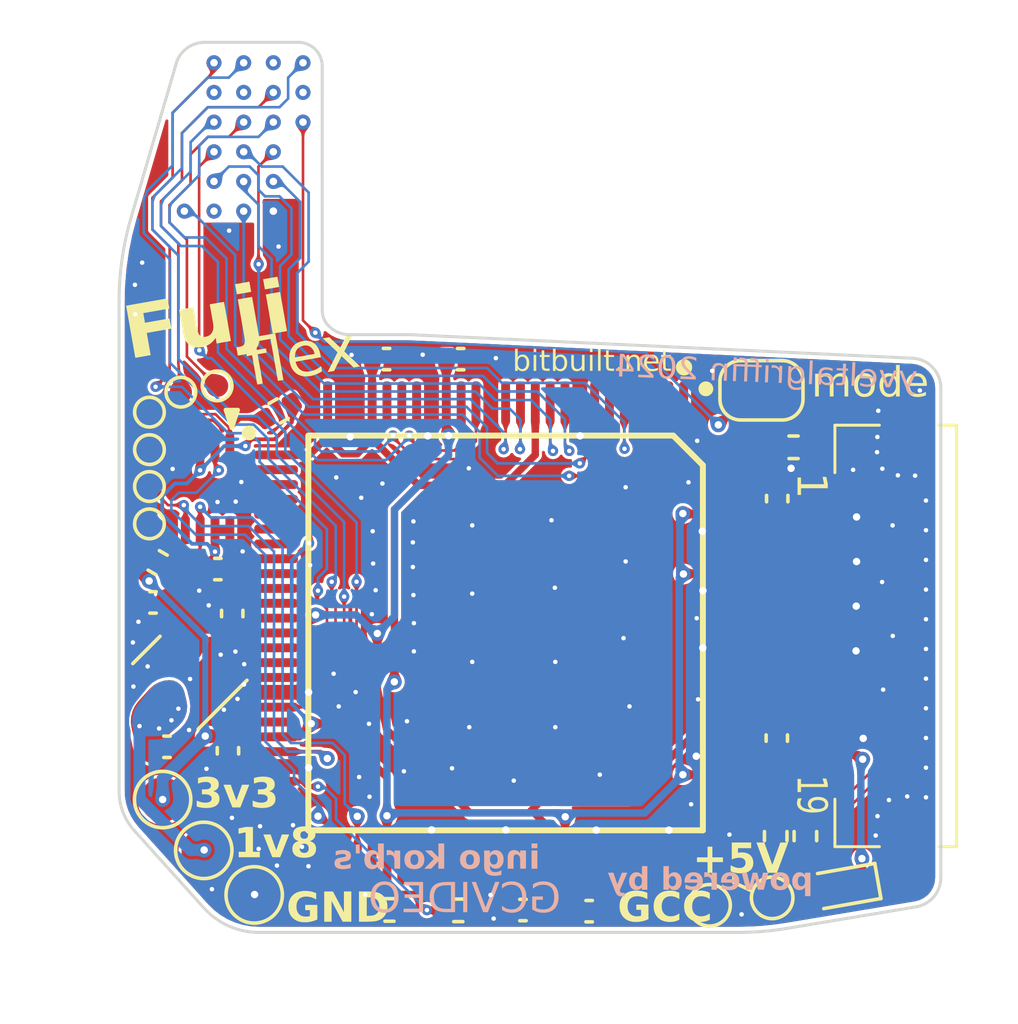
<source format=kicad_pcb>
(kicad_pcb (version 20240108) (generator "pcbnew") (generator_version "8.0")
  (layers (0 "F.Cu" signal) (31 "B.Cu" signal) (34 "B.Paste" user) (35 "F.Paste" user) (36 "B.SilkS" user "B.Silkscreen") (37 "F.SilkS" user "F.Silkscreen") (38 "B.Mask" user) (39 "F.Mask" user) (44 "Edge.Cuts" user))
  (net 0 "")
  (net 42 "GND")
  (net 43 "+1V2")
  (net 44 "+1V8")
  (net 45 "D2")
  (net 46 "D6")
  (net 47 "GCC")
  (net 48 "C")
  (net 49 "54MHz")
  (net 50 "D4")
  (net 51 "W")
  (net 52 "D")
  (net 53 "D0")
  (net 54 "CSEL")
  (net 55 "D5")
  (net 56 "D7")
  (net 57 "D3")
  (net 58 "D1")
  (net 59 "+3.3V")
  (net 60 "+5V")
  (net 61 "Net-(D1-K)")
  (net 62 "Net-(J23-Pad4)")
  (net 63 "TMDS2-")
  (net 64 "TMDS2+")
  (net 65 "TMDS0+")
  (net 66 "TMDSClk+")
  (net 67 "TMDS1+")
  (net 68 "Net-(J23-Pad5)")
  (net 69 "TMDSClk-")
  (net 70 "TMDS0-")
  (net 71 "TMDS1-")
  (net 72 "Net-(IC1-DONE)")
  (net 73 "Net-(IC1-PROG_B)")
  (net 74 "MOSI")
  (net 75 "CS")
  (net 76 "CLK")
  (net 77 "MISO")
  (net 78 "MODE")
  (net 79 "Net-(IC2-VCC)")
  (net 80 "SDA")
  (net 81 "SCL")
  (net 82 "Net-(IC1-IO_L10P_2{slash}INIT_B)")
  (footprint "SamacSys_Parts:TestPoint_Pad_D0.75mm" (layer "F.Cu") (at 133.102312 93.638242)
    (property "Reference" "TP11" (hide yes))
    (property "Value" "TestPoint")
  )
  (footprint "Capacitor_SMD:C_0402_1005Metric" (layer "F.Cu") (at 132.164541 100.721964 180)
    (property "Reference" "C2" (hide yes))
    (property "Value" "C_Small")
  )
  (footprint "SamacSys_Parts:QFP50P1600X1600X120-100N" (layer "F.Cu") (at 144.05 101.75 -90)
    (property "Reference" "IC1" (hide yes))
    (property "Value" "XC3S200A-4VQG100C" (hide yes))
  )
  (footprint "Diode_SMD:D_SOD-523" (layer "F.Cu") (at 155.357516 110.325 -170)
    (property "Reference" "D1" (hide yes))
    (property "Value" "BAT54XV2T1G")
  )
  (footprint "Capacitor_SMD:C_0402_1005Metric" (layer "F.Cu") (at 153.2063 97.2237 90)
    (property "Reference" "C9" (hide yes))
    (property "Value" "0.1uF")
  )
  (footprint "Capacitor_SMD:C_0402_1005Metric" (layer "F.Cu") (at 144.635 111.085 180)
    (property "Reference" "C3" (hide yes))
    (property "Value" "0.1uF")
  )
  (footprint "SamacSys_Parts:TestPoint_Pad_D0.75mm" (layer "F.Cu") (at 132.044004 98.074994)
    (property "Reference" "TP9" (hide yes))
    (property "Value" "TestPoint")
  )
  (footprint "SamacSys_Parts:TestPoint_Pad_D0.75mm" (layer "F.Cu") (at 134.325 93.425)
    (property "Reference" "TP10" (hide yes))
    (property "Value" "TestPoint")
  )
  (footprint "Resistor_SMD:R_0402_1005Metric" (layer "F.Cu") (at 153.755 95.495 180)
    (property "Reference" "R4" (hide yes))
    (property "Value" "4.7k")
  )
  (footprint "Resistor_SMD:R_0402_1005Metric" (layer "F.Cu") (at 136.400669 94.269738 -150)
    (property "Reference" "R5" (hide yes))
    (property "Value" "100K")
  )
  (footprint "Package_TO_SOT_SMD:SOT-23" (layer "F.Cu") (at 133.045 103.425 -135)
    (property "Reference" "U1" (hide yes))
    (property "Value" "AP2127N-1.2")
  )
  (footprint "Capacitor_SMD:C_0402_1005Metric" (layer "F.Cu") (at 132.635 105.585)
    (property "Reference" "C1" (hide yes))
    (property "Value" "C_Small")
  )
  (footprint "Capacitor_SMD:C_0402_1005Metric" (layer "F.Cu") (at 134.835 101.095 90)
    (property "Reference" "C6" (hide yes))
    (property "Value" "0.1uF")
  )
  (footprint "TestPoint:TestPoint_Pad_D1.0mm" (layer "F.Cu") (at 150.925 110.925)
    (property "Reference" "TP4" (hide yes))
    (property "Value" "TestPoint")
  )
  (footprint "TestPoint:TestPoint_Pad_D1.0mm" (layer "F.Cu") (at 153.035 110.675)
    (property "Reference" "TP5" (hide yes))
    (property "Value" "TestPoint")
  )
  (footprint "Capacitor_SMD:C_0402_1005Metric" (layer "F.Cu") (at 142.535 92.525)
    (property "Reference" "C5" (hide yes))
    (property "Value" "0.1uF")
  )
  (footprint "Capacitor_SMD:C_0402_1005Metric" (layer "F.Cu") (at 153.191807 105.29281 -90)
    (property "Reference" "C4" (hide yes))
    (property "Value" "0.1uF")
  )
  (footprint "SamacSys_Parts:SON50P300X200X60-9N-D" (layer "F.Cu") (at 134.004134 96.886698 -90)
    (property "Reference" "IC2" (hide yes))
    (property "Value" "AT25SF041B-MAHD-T" (hide yes))
  )
  (footprint "SamacSys_Parts:TestPoint_Pad_D0.75mm" (layer "F.Cu") (at 132.044004 95.574165)
    (property "Reference" "TP8" (hide yes))
    (property "Value" "TestPoint")
  )
  (footprint "Capacitor_SMD:C_0402_1005Metric" (layer "F.Cu") (at 140.0363 92.5237)
    (property "Reference" "C8" (hide yes))
    (property "Value" "0.1uF")
  )
  (footprint "SamacSys_Parts:TestPoint_Pad_D0.75mm" (layer "F.Cu") (at 132.044004 96.816179)
    (property "Reference" "TP7" (hide yes))
    (property "Value" "TestPoint")
  )
  (footprint "Capacitor_SMD:C_0402_1005Metric" (layer "F.Cu") (at 134.690014 105.719753 -90)
    (property "Reference" "C10" (hide yes))
    (property "Value" "0.1uF")
  )
  (footprint "Jumper:SolderJumper-2_P1.3mm_Open_RoundedPad1.0x1.5mm" (layer "F.Cu") (at 152.675 93.575)
    (property "Reference" "JP1" (hide yes))
    (property "Value" "SolderJumper_2_Open")
  )
  (footprint "Capacitor_SMD:C_0402_1005Metric" (layer "F.Cu") (at 134.349537 99.597334)
    (property "Reference" "C12" (hide yes))
    (property "Value" "0.1uF")
  )
  (footprint "Capacitor_SMD:C_0402_1005Metric" (layer "F.Cu") (at 146.8663 111.1237)
    (property "Reference" "C7" (hide yes))
    (property "Value" "0.1uF")
  )
  (footprint "SamacSys_Parts:TestPoint_Pad_D0.75mm" (layer "F.Cu") (at 132.044004 94.310938)
    (property "Reference" "TP6" (hide yes))
    (property "Value" "TestPoint")
  )
  (footprint "TestPoint:TestPoint_Pad_D1.5mm" (layer "F.Cu") (at 132.488415 107.362188 45)
    (property "Reference" "TP2" (hide yes))
    (property "Value" "TestPoint")
  )
  (footprint "TestPoint:TestPoint_Pad_D1.5mm" (layer "F.Cu") (at 133.875 109.075 45)
    (property "Reference" "TP1" (hide yes))
    (property "Value" "TestPoint")
  )
  (footprint "Resistor_SMD:R_0402_1005Metric" (layer "F.Cu") (at 154.155 108.595 90)
    (property "Reference" "R1" (hide yes))
    (property "Value" "10k")
  )
  (footprint "Resistor_SMD:R_0402_1005Metric" (layer "F.Cu") (at 153.155 108.595 90)
    (property "Reference" "R2" (hide yes))
    (property "Value" "10k")
  )
  (footprint "Resistor_SMD:R_0402_1005Metric" (layer "F.Cu") (at 140.135148 111.081628 180)
    (property "Reference" "R3" (hide yes))
    (property "Value" "330")
  )
  (footprint "TestPoint:TestPoint_Pad_D1.5mm" (layer "F.Cu") (at 135.575 110.575 45)
    (property "Reference" "TP3" (hide yes))
    (property "Value" "TestPoint")
  )
  (footprint "Resistor_SMD:R_0402_1005Metric" (layer "F.Cu") (at 132.320975 99.381166 -30)
    (property "Reference" "R6" (hide yes))
    (property "Value" "0")
  )
  (footprint "SamacSys_Parts:5052781933" (layer "F.Cu") (at 157.1 101.85 90)
    (property "Reference" "J23" (hide yes))
    (property "Value" "505278-1933" (hide yes))
  )
  (footprint "Resistor_SMD:R_0402_1005Metric" (layer "F.Cu") (at 142.455 111.095)
    (property "Reference" "R7" (hide yes))
    (property "Value" "4.7k")
  )
  (gr_line (start 134.82 94.8387) (end 134.62 94.2387) (stroke (width 0.15)) (layer "F.SilkS"))
  (gr_line (start 134.82 94.6387) (end 134.92 94.3387) (stroke (width 0.15)) (layer "F.SilkS"))
  (gr_line (start 135.02 94.2387) (end 134.82 94.8387) (stroke (width 0.15)) (layer "F.SilkS"))
  (gr_circle (center 150.065238 92.800771) (end 150.165238 92.600771) (stroke (width 0.1)) (fill solid) (layer "F.SilkS"))
  (gr_line (start 134.62 94.2387) (end 135.02 94.2387) (stroke (width 0.15)) (layer "F.SilkS"))
  (gr_line (start 151.744896 110.161173) (end 151.744896 109.961681) (stroke (width 0.12)) (layer "F.SilkS"))
  (gr_line (start 134.72 94.3387) (end 134.82 94.6387) (stroke (width 0.15)) (layer "F.SilkS"))
  (gr_line (start 134.92 94.3387) (end 134.72 94.3387) (stroke (width 0.15)) (layer "F.SilkS"))
  (gr_line (start 152.37511 110.451343) (end 151.744896 110.161173) (stroke (width 0.12)) (layer "F.SilkS"))
  (gr_line (start 140.936916 91.705677) (end 157.766792 92.494048) (stroke (width 0.1)) (layer "Edge.Cuts"))
  (gr_line (start 157.884399 110.977967) (end 153.536365 111.702639) (stroke (width 0.1)) (layer "Edge.Cuts"))
  (gr_arc (start 158.72 109.991573) (mid 158.48302 110.637948) (end 157.884399 110.977967) (stroke (width 0.1)) (layer "Edge.Cuts"))
  (gr_arc (start 140.702955 91.7002) (mid 140.819968 91.70157) (end 140.936916 91.705677) (stroke (width 0.1)) (layer "Edge.Cuts"))
  (gr_line (start 158.72 93.492953) (end 158.72 109.991573) (stroke (width 0.1)) (layer "Edge.Cuts"))
  (gr_arc (start 131.02 90.574467) (mid 131.121505 89.153274) (end 131.423958 87.760932) (stroke (width 0.1)) (layer "Edge.Cuts"))
  (gr_line (start 131.02 90.574467) (end 131.02 107.071228) (stroke (width 0.1)) (layer "Edge.Cuts"))
  (gr_arc (start 153.536365 111.702639) (mid 152.71718 111.804626) (end 151.892375 111.8387) (stroke (width 0.1)) (layer "Edge.Cuts"))
  (gr_line (start 138.791698 91.7002) (end 140.702955 91.7002) (stroke (width 0.1)) (layer "Edge.Cuts"))
  (gr_line (start 151.892375 111.8387) (end 135.733406 111.8387) (stroke (width 0.1)) (layer "Edge.Cuts"))
  (gr_arc (start 138.791698 91.7002) (mid 138.409015 91.624079) (end 138.084592 91.407306) (stroke (width 0.1)) (layer "Edge.Cuts"))
  (gr_line (start 132.97048 82.486254) (end 131.423958 87.760932) (stroke (width 0.1)) (layer "Edge.Cuts"))
  (gr_arc (start 131.533412 108.409157) (mid 131.152751 107.787757) (end 131.02 107.071228) (stroke (width 0.1)) (layer "Edge.Cuts"))
  (gr_line (start 137.8695 88.2712) (end 137.8695 90.888) (stroke (width 0.1)) (layer "Edge.Cuts"))
  (gr_arc (start 132.97048 82.486254) (mid 133.33809 82.026127) (end 133.900919 81.8527) (stroke (width 0.1)) (layer "Edge.Cuts"))
  (gr_line (start 133.900919 81.8527) (end 137.0666 81.8527) (stroke (width 0.1)) (layer "Edge.Cuts"))
  (gr_arc (start 137.0666 81.8528) (mid 137.633205 82.087495) (end 137.8679 82.6541) (stroke (width 0.1)) (layer "Edge.Cuts"))
  (gr_arc (start 135.733406 111.8387) (mid 134.71631 111.62245) (end 133.875171 111.011112) (stroke (width 0.1)) (layer "Edge.Cuts"))
  (gr_arc (start 157.766792 92.494048) (mid 158.443478 92.802584) (end 158.72 93.492953) (stroke (width 0.1)) (layer "Edge.Cuts"))
  (gr_line (start 131.533412 108.409157) (end 133.875171 111.011112) (stroke (width 0.1)) (layer "Edge.Cuts"))
  (gr_line (start 137.868 82.6541) (end 137.8695 88.2712) (stroke (width 0.1)) (layer "Edge.Cuts"))
  (gr_arc (start 138.084601 91.407299) (mid 137.925403 91.169043) (end 137.8695 90.888) (stroke (width 0.1)) (layer "Edge.Cuts"))
  (gr_text "yveltalgriffin 2024" (at 157.92 93.6387 357.7) (layer "B.SilkS") (effects (font (size 0.75 0.8) (thickness 0.125)) (justify left bottom mirror)))
  (gr_text "GCVIDEO" (at 145.913912 111.328571 0) (layer "B.SilkS") (effects (font (size 1 1)) (justify left bottom mirror)))
  (gr_text "powered by" (at 154.413912 110.528571 0) (layer "B.SilkS") (effects (font (size 0.75 0.75) (thickness 0.15) (bold yes)) (justify left bottom mirror)))
  (gr_text "ingo korb's" (at 145.213912 109.828571 0) (layer "B.SilkS") (effects (font (size 0.8 0.8) (thickness 0.2) (bold yes)) (justify left bottom mirror)))
  (gr_text "bitbuilt.net" (at 144.28 93.0387 0) (layer "F.SilkS") (effects (font (size 0.7 0.7) (thickness 0.125)) (justify left bottom)))
  (gr_text "GCC" (at 147.82 111.6387 0) (layer "F.SilkS") (effects (font (size 1 1) (thickness 0.2) (bold yes)) (justify left bottom)))
  (gr_text "19" (at 153.72 106.5387 270) (layer "F.SilkS") (effects (font (size 1 0.75)) (justify left bottom)))
  (gr_text "Fuji" (at 131.366385 92.818614 10) (layer "F.SilkS") (effects (font (size 1.75 2) (thickness 0.35) (bold yes) (italic yes)) (justify left bottom)))
  (gr_text "1" (at 153.72 96.3387 -90) (layer "F.SilkS") (effects (font (size 1 1)) (justify left bottom)))
  (gr_text "3v3" (at 133.543863 107.798807 0) (layer "F.SilkS") (effects (font (size 1 1) (thickness 0.2) (bold yes)) (justify left bottom)))
  (gr_text "flex" (at 135.496984 93.671254 10) (layer "F.SilkS") (effects (font (size 1.5 1.5) (thickness 0.15) (italic yes)) (justify left bottom)))
  (gr_text "GND" (at 136.657763 111.649292 0) (layer "F.SilkS") (effects (font (size 1 1) (thickness 0.2) (bold yes)) (justify left bottom)))
  (gr_text "+5V" (at 150.352554 109.999919 0) (layer "F.SilkS") (effects (font (size 1 1) (thickness 0.2) (bold yes)) (justify left bottom)))
  (gr_text "mode" (at 154.355288 93.952038 0) (layer "F.SilkS") (effects (font (size 1 1) (thickness 0.125)) (justify left bottom)))
  (gr_text "1v8" (at 134.888008 109.475519 0) (layer "F.SilkS") (effects (font (size 1 1) (thickness 0.2) (bold yes)) (justify left bottom)))
  (via (at 136.22 82.5387) (size 0.508) (drill 0.254) (layers "F.Cu" "B.Cu") (net 0))
  (via (at 135.22 83.5387) (size 0.508) (drill 0.254) (layers "F.Cu" "B.Cu") (net 0))
  (via (at 137.22 83.5387) (size 0.508) (drill 0.254) (layers "F.Cu" "B.Cu") (net 0))
  (via (at 134.22 83.5387) (size 0.508) (drill 0.254) (layers "F.Cu" "B.Cu") (net 0))
  (via (at 134.22 87.5387) (size 0.508) (drill 0.254) (layers "F.Cu" "B.Cu") (net 0))
  (segment (start 151.788 102.25) (end 150.700665 102.25) (width 0.25) (layer "F.Cu") (net 42))
  (segment (start 153.168997 105.75) (end 153.191807 105.77281) (width 0.25) (layer "F.Cu") (net 42))
  (segment (start 139.05 94.8987) (end 138.81 95.1387) (width 0.25) (layer "F.Cu") (net 42))
  (segment (start 150.629626 105.75) (end 151.788 105.75) (width 0.25) (layer "F.Cu") (net 42))
  (segment (start 137.4087 103.75) (end 137.41 103.7487) (width 0.25) (layer "F.Cu") (net 42))
  (segment (start 141.55 108.389599) (end 141.55379 108.385809) (width 0.25) (layer "F.Cu") (net 42))
  (segment (start 147.3463 110.715) (end 147.3463 111.1237) (width 0.25) (layer "F.Cu") (net 42))
  (segment (start 132.825 96.225) (end 133.05915 96.225) (width 0.25) (layer "F.Cu") (net 42))
  (segment (start 135.575603 110.575) (end 135.588415 110.562188) (width 0.25) (layer "F.Cu") (net 42))
  (segment (start 141.55 109.488) (end 141.55 108.389599) (width 0.25) (layer "F.Cu") (net 42))
  (segment (start 138.81 95.1387) (end 138.55 94.8787) (width 0.25) (layer "F.Cu") (net 42))
  (segment (start 154.95 99.35) (end 155.874183 99.35) (width 0.25) (layer "F.Cu") (net 42))
  (segment (start 147.05 109.488) (end 147.05 110.4187) (width 0.25) (layer "F.Cu") (net 42))
  (segment (start 155.857868 102.35) (end 155.861962 102.354094) (width 0.25) (layer "F.Cu") (net 42))
  (segment (start 150.775998 100.25) (end 150.700998 100.325) (width 0.25) (layer "F.Cu") (net 42))
  (segment (start 156.055928 105.35) (end 154.95 105.35) (width 0.25) (layer "F.Cu") (net 42))
  (segment (start 151.788 105.75) (end 153.168997 105.75) (width 0.25) (layer "F.Cu") (net 42))
  (segment (start 135.575 110.575) (end 135.575603 110.575) (width 0.25) (layer "F.Cu") (net 42))
  (segment (start 151.788 98.25) (end 150.75485 98.25) (width 0.25) (layer "F.Cu") (net 42))
  (segment (start 155.874183 99.35) (end 155.880131 99.344052) (width 0.25) (layer "F.Cu") (net 42))
  (segment (start 150.75485 98.25) (end 150.67985 98.325) (width 0.25) (layer "F.Cu") (net 42))
  (segment (start 136.312 106.25) (end 134.83 106.25) (width 0.25) (layer "F.Cu") (net 42))
  (segment (start 139.05 94.012) (end 139.05 94.8987) (width 0.25) (layer "F.Cu") (net 42))
  (segment (start 154.95 102.35) (end 155.857868 102.35) (width 0.25) (layer "F.Cu") (net 42))
  (segment (start 154.95 97.85) (end 155.872191 97.85) (width 0.25) (layer "F.Cu") (net 42))
  (segment (start 156.10429 105.301638) (end 156.055928 105.35) (width 0.25) (layer "F.Cu") (net 42))
  (segment (start 149.55 109.488) (end 149.55 108.397131) (width 0.25) (layer "F.Cu") (net 42))
  (segment (start 137.371981 106.25) (end 136.312 106.25) (width 0.25) (layer "F.Cu") (net 42))
  (segment (start 150.476706 105.90292) (end 150.629626 105.75) (width 0.25) (layer "F.Cu") (net 42))
  (segment (start 144.05 109.488) (end 144.05 108.391571) (width 0.25) (layer "F.Cu") (net 42))
  (segment (start 133.254134 96.030016) (end 133.254134 95.486698) (width 0.25) (layer "F.Cu") (net 42))
  (segment (start 155.872191 97.85) (end 155.880131 97.84206) (width 0.25) (layer "F.Cu") (net 42))
  (segment (start 149.55 108.397131) (end 149.555205 108.391926) (width 0.25) (layer "F.Cu") (net 42))
  (segment (start 146.55 95.0987) (end 146.56 95.1087) (width 0.25) (layer "F.Cu") (net 42))
  (segment (start 150.700665 102.25) (end 150.696622 102.254043) (width 0.25) (layer "F.Cu") (net 42))
  (segment (start 144.05 109.488) (end 144.05 110.98) (width 0.25) (layer "F.Cu") (net 42))
  (segment (start 147.05 110.4187) (end 147.3463 110.715) (width 0.25) (layer "F.Cu") (net 42))
  (segment (start 153.2063 96.7437) (end 153.2063 96.669764) (width 0.25) (layer "F.Cu") (net 42))
  (segment (start 141.425 95.1087) (end 141.55 94.9837) (width 0.25) (layer "F.Cu") (net 42))
  (segment (start 144.05 108.391571) (end 144.055762 108.385809) (width 0.25) (layer "F.Cu") (net 42))
  (segment (start 141.55 94.9837) (end 141.55 94.012) (width 0.25) (layer "F.Cu") (net 42))
  (segment (start 133.05915 96.225) (end 133.254134 96.030016) (width 0.25) (layer "F.Cu") (net 42))
  (segment (start 137.414067 106.292086) (end 137.371981 106.25) (width 0.25) (layer "F.Cu") (net 42))
  (segment (start 146.55 94.012) (end 146.55 95.0987) (width 0.25) (layer "F.Cu") (net 42))
  (segment (start 154.95 100.85) (end 155.864063 100.85) (width 0.25) (layer "F.Cu") (net 42))
  (segment (start 136.312 103.75) (end 137.4087 103.75) (width 0.25) (layer "F.Cu") (net 42))
  (segment (start 147.05 109.488) (end 147.05 108.446804) (width 0.25) (layer "F.Cu") (net 42))
  (segment (start 147.05 108.446804) (end 147.105727 108.391077) (width 0.25) (layer "F.Cu") (net 42))
  (segment (start 155.864063 100.85) (end 155.868018 100.846045) (width 0.25) (layer "F.Cu") (net 42))
  (segment (start 144.05 110.98) (end 144.155 111.085) (width 0.25) (layer "F.Cu") (net 42))
  (segment (start 153.2063 96.669764) (end 153.672734 96.20333) (width 0.25) (layer "F.Cu") (net 42))
  (segment (start 151.788 100.25) (end 150.775998 100.25) (width 0.25) (layer "F.Cu") (net 42))
  (segment (start 134.83 106.25) (end 134.835 106.255) (width 0.25) (layer "F.Cu") (net 42))
  (segment (start 138.55 94.8787) (end 138.55 94.012) (width 0.25) (layer "F.Cu") (net 42))
  (via (at 141.425 95.1087) (size 0.5) (drill 0.25) (layers "F.Cu" "B.Cu") (net 42))
  (via (at 136.341534 109.587605) (size 0.35) (drill 0.15) (layers "F.Cu" "B.Cu") (net 42))
  (via (at 138.252387 103.12377) (size 0.35) (drill 0.15) (layers "F.Cu" "B.Cu") (net 42))
  (via (at 142.244004 106.310938) (size 0.35) (drill 0.15) (layers "F.Cu" "B.Cu") (net 42))
  (via (at 140.62078 106.410938) (size 0.35) (drill 0.15) (layers "F.Cu" "B.Cu") (net 42))
  (via (at 136.22 87.5387) (size 0.508) (drill 0.254) (layers "F.Cu" "B.Cu") (net 42))
  (via (at 144.055762 108.385809) (size 0.5) (drill 0.25) (layers "F.Cu" "B.Cu") (net 42))
  (via (at 139.585227 99.411655) (size 0.35) (drill 0.15) (layers "F.Cu" "B.Cu") (net 42))
  (via (at 158.22 106.2887) (size 0.35) (drill 0.15) (layers "F.Cu" "B.Cu") (net 42))
  (via (at 135.588415 110.562188) (size 0.5) (drill 0.25) (layers "F.Cu" "B.Cu") (net 42))
  (via (at 137.41 103.7487) (size 0.5) (drill 0.25) (layers "F.Cu" "B.Cu") (net 42))
  (via (at 158.22 103.2887) (size 0.35) (drill 0.15) (layers "F.Cu" "B.Cu") (net 42))
  (via (at 134.042603 100.820059) (size 0.35) (drill 0.15) (layers "F.Cu" "B.Cu") (net 42))
  (via (at 146.56 95.1087) (size 0.5) (drill 0.25) (layers "F.Cu" "B.Cu") (net 42))
  (via (at 135.239338 102.80303) (size 0.35) (drill 0.15) (layers "F.Cu" "B.Cu") (net 42))
  (via (at 158.22 100.2887) (size 0.35) (drill 0.15) (layers "F.Cu" "B.Cu") (net 42))
  (via (at 138.425 104.225) (size 0.35) (drill 0.15) (layers "F.Cu" "B.Cu") (net 42))
  (via (at 156.524539 108.574248) (size 0.35) (drill 0.15) (layers "F.Cu" "B.Cu") (net 42))
  (via (at 156.741186 100.033597) (size 0.35) (drill 0.15) (layers "F.Cu" "B.Cu") (net 42))
  (via (at 140.942218 100.473306) (size 0.35) (drill 0.15) (layers "F.Cu" "B.Cu") (net 42))
  (via (at 137.40447 109.610222) (size 0.35) (drill 0.15) (layers "F.Cu" "B.Cu") (net 42))
  (via (at 140.942218 97.991809) (size 0.35) (drill 0.15) (layers "F.Cu" "B.Cu") (net 42))
  (via (at 150.700998 100.325) (size 0.5) (drill 0.25) (layers "F.Cu" "B.Cu") (net 42))
  (via (at 131.503815 103.555951) (size 0.35) (drill 0.15) (layers "F.Cu" "B.Cu") (net 42))
  (via (at 138.85659 92.383431) (size 0.35) (drill 0.15) (layers "F.Cu" "B.Cu") (net 42))
  (via (at 141.255116 92.3752) (size 0.35) (drill 0.15) (layers "F.Cu" "B.Cu") (net 42))
  (via (at 134.445234 102.482088) (size 0.35) (drill 0.15) (layers "F.Cu" "B.Cu") (net 42))
  (via (at 142.825 104.925) (size 0.35) (drill 0.15) (layers "F.Cu" "B.Cu") (net 42))
  (via (at 141.55379 108.385809) (size 0.5) (drill 0.25) (layers "F.Cu" "B.Cu") (net 42))
  (via (at 150.303887 107.522401) (size 0.35) (drill 0.15) (layers "F.Cu" "B.Cu") (net 42))
  (via (at 158.22 99.2887) (size 0.35) (drill 0.15) (layers "F.Cu" "B.Cu") (net 42))
  (via (at 137.18633 108.955803) (size 0.35) (drill 0.15) (layers "F.Cu" "B.Cu") (net 42))
  (via (at 158.22 101.2887) (size 0.35) (drill 0.15) (layers "F.Cu" "B.Cu") (net 42))
  (via (at 139.444004 104.810938) (size 0.35) (drill 0.15) (layers "F.Cu" "B.Cu") (net 42))
  (via (at 142.925 98.125) (size 0.35) (drill 0.15) (layers "F.Cu" "B.Cu") (net 42))
  (via (at 134.338611 97.338061) (size 0.35) (drill 0.15) (layers "F.Cu" "B.Cu") (net 42))
  (via (at 139.568864 98.322971) (size 0.35) (drill 0.15) (layers "F.Cu" "B.Cu") (net 42))
  (via (at 137.461146 99.46725) (size 0.35) (drill 0.15) (layers "F.Cu" "B.Cu") (net 42))
  (via (at 140.92313 99.528428) (size 0.35) (drill 0.15) (layers "F.Cu" "B.Cu") (net 42))
  (via (at 145.725 104.925) (size 0.35) (drill 0.15) (layers "F.Cu" "B.Cu") (net 42))
  (via (at 132.825 96.225) (size 0.35) (drill 0.15) (layers "F.Cu" "B.Cu") (net 42))
  (via (at 140.95786 101.420769) (size 0.35) (drill 0.15) (layers "F.Cu" "B.Cu") (net 42))
  (via (at 135.141658 96.664083) (size 0.35) (drill 0.15) (layers "F.Cu" "B.Cu") (net 42))
  (via (at 134.730298 88.194892) (size 0.35) (drill 0.15) (layers "F.Cu" "B.Cu") (net 42))
  (via (at 150.476706 105.90292) (size 0.5) (drill 0.25) (layers "F.Cu" "B.Cu") (net 42))
  (via (at 135.773164 108.263446) (size 0.35) (drill 0.15) (layers "F.Cu" "B.Cu") (net 42))
  (via (at 157.094421 98.126128) (size 0.35) (drill 0.15) (layers "F.Cu" "B.Cu") (net 42))
  (via (at 134.554259 104.336499) (size 0.35) (drill 0.15) (layers "F.Cu" "B.Cu") (net 42))
  (via (at 139.897378 96.716113) (size 0.35) (drill 0.15) (layers "F.Cu" "B.Cu") (net 42))
  (via (at 155.880131 97.84206) (size 0.5) (drill 0.25) (layers "F.Cu" "B.Cu") (net 42))
  (via (at 155.880131 99.344052) (size 0.5) (drill 0.25) (layers "F.Cu" "B.Cu") (net 42))
  (via (at 158.22 98.2887) (size 0.35) (drill 0.15) (layers "F.Cu" "B.Cu") (net 42))
  (via (at 150.696622 102.254043) (size 0.5) (drill 0.25) (layers "F.Cu" "B.Cu") (net 42))
  (via (at 142.925 102.725) (size 0.35) (drill 0.15) (layers "F.Cu" "B.Cu") (net 42))
  (via (at 145.725 102.725) (size 0.35) (drill 0.15) (layers "F.Cu" "B.Cu") (net 42))
  (via (at 140.725 104.725) (size 0.35) (drill 0.15) (layers "F.Cu" "B.Cu") (net 42))
  (via (at 156.77651 103.660142) (size 0.35) (drill 0.15) (layers "F.Cu" "B.Cu") (net 42))
  (via (at 150.536517 103.986454) (size 0.35) (drill 0.15) (layers "F.Cu" "B.Cu") (net 42))
  (via (at 151.012841 92.918627) (size 0.35) (drill 0.15) (layers "F.Cu" "B.Cu") (net 42))
  (via (at 148.095979 96.841545) (size 0.35) (drill 0.15) (layers "F.Cu" "B.Cu") (net 42))
  (via (at 138.341018 96.510362) (size 0.35) (drill 0.15) (layers "F.Cu" "B.Cu") (net 42))
  (via (at 152.004299 111.231592) (size 0.35) (drill 0.15) (layers "F.Cu" "B.Cu") (net 42))
  (via (at 149.555205 108.391926) (size 0.5) (drill 0.25) (layers "F.Cu" "B.Cu") (net 42))
  (via (at 156.570939 95.659709) (size 0.35) (drill 0.15) (layers "F.Cu" "B.Cu") (net 42))
  (via (at 157.852778 96.451106) (size 0.35) (drill 0.15) (layers "F.Cu" "B.Cu") (net 42))
  (via (at 136.395731 88.731491) (size 0.35) (drill 0.15) (layers "F.Cu" "B.Cu") (net 42))
  (via (at 156.971306 107.378845) (size 0.35) (drill 0.15) (layers "F.Cu" "B.Cu") (net 42))
  (via (at 139.668918 100.30994) (size 0.35) (drill 0.15) (layers "F.Cu" "B.Cu") (net 42))
  (via (at 156.611667 94.264093) (size 0.35) (drill 0.15) (layers "F.Cu" "B.Cu") (net 42))
  (via (at 139.111651 106.603688) (size 0.35) (drill 0.15) (layers "F.Cu" "B.Cu") (net 42))
  (via (at 139.462571 107.267591) (size 0.35) (drill 0.15) (layers "F.Cu" "B.Cu") (net 42))
  (via (at 135.725 109.025) (size 0.35) (drill 0.15) (layers "F.Cu" "B.Cu") (net 42))
  (via (at 139.183218 97.1946) (size 0.35) (drill 0.15) (layers "F.Cu" "B.Cu") (net 42))
  (via (at 157.273164 96.439959) (size 0.35) (drill 0.15) (layers "F.Cu" "B.Cu") (net 42))
  (via (at 158.22 97.2887) (size 0.35) (drill 0.15) (layers "F.Cu" "B.Cu") (net 42))
  (via (at 131.673263 101.373338) (size 0.35) (drill 0.15) (layers "F.Cu" "B.Cu") (net 42))
  (via (at 138.81 95.1387) (size 0.5) (drill 0.25) (layers "F.Cu" "B.Cu") (net 42))
  (via (at 157.1 101.85) (size 0.35) (drill 0.15) (layers "F.Cu" "B.Cu") (net 42))
  (via (at 143.540836 110.577625) (size 0.35) (drill 0.15) (layers "F.Cu" "B.Cu") (net 42))
  (via (at 140.92313 98.698081) (size 0.35) (drill 0.15) (layers "F.Cu" "B.Cu") (net 42))
  (via (at 156.10429 105.301638) (size 0.5) (drill 0.25) (layers "F.Cu" "B.Cu") (net 42))
  (via (at 145.709241 100.225914) (size 0.35) (drill 0.15) (layers "F.Cu" "B.Cu") (net 42))
  (via (at 133.380229 105.019771) (size 0.35) (drill 0.15) (layers "F.Cu" "B.Cu") (net 42))
  (via (at 133.413148 103.301006) (size 0.35) (drill 0.15) (layers "F.Cu" "B.Cu") (net 42))
  (via (at 158.22 105.2887) (size 0.35) (drill 0.15) (layers "F.Cu" "B.Cu") (net 42))
  (via (at 150.507974 95.275642) (size 0.35) (drill 0.15) (layers "F.Cu" "B.Cu") (net 42))
  (via (at 139.314354 110.560919) (size 0.35) (drill 0.15) (layers "F.Cu" "B.Cu") (net 42))
  (via (at 131.565873 91.012964) (size 0.35) (drill 0.15) (layers "F.Cu" "B.Cu") (net 42))
  (via (at 134.149049 110.382474) (size 0.35) (drill 0.15) (layers "F.Cu" "B.Cu") (net 42))
  (via (at 158.22 104.2887) (size 0.35) (drill 0.15) (layers "F.Cu" "B.Cu") (net 42))
  (via (at 131.486039 102.07067) (size 0.35) (drill 0.15) (layers "F.Cu" "B.Cu") (net 42))
  (via (at 142.925 100.425) (size 0.35) (drill 0.15) (layers "F.Cu" "B.Cu") (net 42))
  (via (at 157.58712 107.258097) (size 0.35) (drill 0.15) (layers "F.Cu" "B.Cu") (net 42))
  (via (at 155.861962 102.354094) (size 0.5) (drill 0.25) (layers "F.Cu" "B.Cu") (net 42))
  (via (at 155.868018 100.846045) (size 0.5) (drill 0.25) (layers "F.Cu" "B.Cu") (net 42))
  (via (at 135.230275 103.487332) (size 0.35) (drill 0.15) (layers "F.Cu" "B.Cu") (net 42))
  (via (at 150.491716 101.253603) (size 0.35) (drill 0.15) (layers "F.Cu" "B.Cu") (net 42))
  (via (at 135.012748 103.972234) (size 0.35) (drill 0.15) (layers "F.Cu" "B.Cu") (net 42))
  (via (at 158.22 102.2887) (size 0.35) (drill 0.15) (layers "F.Cu" "B.Cu") (net 42))
  (via (at 131.983508 102.878385) (size 0.35) (drill 0.15) (layers "F.Cu" "B.Cu") (net 42))
  (via (at 144.325 106.725) (size 0.35) (drill 0.15) (layers "F.Cu" "B.Cu") (net 42))
  (via (at 138.99453 103.743917) (size 0.35) (drill 0.15) (layers "F.Cu" "B.Cu") (net 42))
  (via (at 145.595587 97.95283) (size 0.35) (drill 0.15) (layers "F.Cu" "B.Cu") (net 42))
  (via (at 140.95786 102.370706) (size 0.35) (drill 0.15) (layers "F.Cu" "B.Cu") (net 42))
  (via (at 156.749281 96.217031) (size 0.35) (drill 0.15) (layers "F.Cu" "B.Cu") (net 42))
  (via (at 147.105727 108.391077) (size 0.5) (drill 0.25) (layers "F.Cu" "B.Cu") (net 42))
  (via (at 131.798719 89.27275) (size 0.35) (drill 0.15) (layers "F.Cu" "B.Cu") (net 42))
  (via (at 156.582085 95.146974) (size 0.35) (drill 0.15) (layers "F.Cu" "B.Cu") (net 42))
  (via (at 150.67985 98.325) (size 0.5) (drill 0.25) (layers "F.Cu" "B.Cu") (net 42))
  (via (at 133.966968 106.327142) (size 0.35) (drill 0.15) (layers "F.Cu" "B.Cu") (net 42))
  (via (at 153.672734 96.20333) (size 0.5) (drill 0.25) (layers "F.Cu" "B.Cu") (net 42))
  (via (at 158.012832 93.581172) (size 0.35) (drill 0.15) (layers "F.Cu" "B.Cu") (net 42))
  (via (at 151.594642 108.544115) (size 0.35) (drill 0.15) (layers "F.Cu" "B.Cu") (net 42))
  (via (at 135.184795 99.002273) (size 0.35) (drill 0.15) (layers "F.Cu" "B.Cu") (net 42))
  (via (at 131.553618 90.020307) (size 0.35) (drill 0.15) (layers "F.Cu" "B.Cu") (net 42))
  (via (at 158.22 107.2887) (size 0.35) (drill 0.15) (layers "F.Cu" "B.Cu") (net 42))
  (via (at 148.025 101.925) (size 0.35) (drill 0.15) (layers "F.Cu" "B.Cu") (net 42))
  (via (at 143.72192 92.490754) (size 0.35) (drill 0.15) (layers "F.Cu" "B.Cu") (net 42))
  (via (at 143.646969 111.373266) (size 0.35) (drill 0.15) (layers "F.Cu" "B.Cu") (net 42))
  (via (at 147.225 106.525) (size 0.35) (drill 0.15) (layers "F.Cu" "B.Cu") (net 42))
  (via (at 148.095979 99.341937) (size 0.35) (drill 0.15) (layers "F.Cu" "B.Cu") (net 42))
  (via (at 137.414067 106.292086) (size 0.5) (drill 0.25) (layers "F.Cu" "B.Cu") (net 42))
  (via (at 156.584913 107.92221) (size 0.35) (drill 0.15) (layers "F.Cu" "B.Cu") (net 42))
  (via (at 133.721817 100.324299) (size 0.35) (drill 0.15) (layers "F.Cu" "B.Cu") (net 42))
  (via (at 139.540592 101.118955) (size 0.35) (drill 0.15) (layers "F.Cu" "B.Cu") (net 42))
  (via (at 150.213951 96.674958) (size 0.35) (drill 0.15) (layers "F.Cu" "B.Cu") (net 42))
  (via (at 155.763903 96.253983) (size 0.35) (drill 0.15) (layers "F.Cu" "B.Cu") (net 42))
  (via (at 136.882832 108.225509) (size 0.35) (drill 0.15) (layers "F.Cu" "B.Cu") (net 42))
  (via (at 134.951497 97.325438) (size 0.35) (drill 0.15) (layers "F.Cu" "B.Cu") (net 42))
  (via (at 134.942385 102.377134) (size 0.35) (drill 0.15) (layers "F.Cu" "B.Cu") (net 42))
  (via (at 134.824731 107.978916) (size 0.35) (drill 0.15) (layers "F.Cu" "B.Cu") (net 42))
  (via (at 148.225 104.225) (size 0.35) (drill 0.15) (layers "F.Cu" "B.Cu") (net 42))
  (via (at 142.809733 96.204031) (size 0.35) (drill 0.15) (layers "F.Cu" "B.Cu") (net 42))
  (segment (start 142.05 92.53) (end 142.055 92.525) (width 0.25) (layer "F.Cu") (net 43))
  (segment (start 135.282842 101.575) (end 134.835 101.575) (width 0.25) (layer "F.Cu") (net 43))
  (segment (start 148.198539 107.367914) (end 145.282086 107.367914) (width 0.25) (layer "F.Cu") (net 43))
  (segment (start 135.457842 101.75) (end 135.282842 101.575) (width 0.25) (layer "F.Cu") (net 43))
  (segment (start 144.925 107.725) (end 144.838911 107.811089) (width 0.25) (layer "F.Cu") (net 43))
  (segment (start 152.754617 105.25) (end 153.191807 104.81281) (width 0.25) (layer "F.Cu") (net 43))
  (segment (start 151.788 105.25) (end 150.316453 105.25) (width 0.25) (layer "F.Cu") (net 43))
  (segment (start 150.316453 105.25) (end 148.198539 107.367914) (width 0.25) (layer "F.Cu") (net 43))
  (segment (start 145.55 109.488) (end 145.55 110.65) (width 0.25) (layer "F.Cu") (net 43))
  (segment (start 136.312 101.75) (end 135.457842 101.75) (width 0.25) (layer "F.Cu") (net 43))
  (segment (start 145.55 110.65) (end 145.115 111.085) (width 0.25) (layer "F.Cu") (net 43))
  (segment (start 139.725 103.636028) (end 139.725 101.767776) (width 0.25) (layer "F.Cu") (net 43))
  (segment (start 142.05 94.012) (end 142.05 92.53) (width 0.25) (layer "F.Cu") (net 43))
  (segment (start 137.03744 101.75) (end 136.312 101.75) (width 0.25) (layer "F.Cu") (net 43))
  (segment (start 142.05 94.012) (end 142.05 95.026715) (width 0.25) (layer "F.Cu") (net 43))
  (segment (start 145.55 109.488) (end 145.55 108.35) (width 0.25) (layer "F.Cu") (net 43))
  (segment (start 133.036161 102.090336) (end 133.551497 101.575) (width 0.4) (layer "F.Cu") (net 43))
  (segment (start 144.838911 107.811089) (end 142.844155 107.811089) (width 0.25) (layer "F.Cu") (net 43))
  (segment (start 151.788 105.25) (end 152.754617 105.25) (width 0.25) (layer "F.Cu") (net 43))
  (segment (start 137.645131 101.142309) (end 137.03744 101.75) (width 0.25) (layer "F.Cu") (net 43))
  (segment (start 142.844155 107.811089) (end 140.042347 105.009281) (width 0.25) (layer "F.Cu") (net 43))
  (segment (start 133.551497 101.575) (end 134.835 101.575) (width 0.4) (layer "F.Cu") (net 43))
  (segment (start 139.725 103.636028) (end 140.042347 105.009281) (width 0.25) (layer "F.Cu") (net 43))
  (segment (start 145.282086 107.367914) (end 144.925 107.725) (width 0.25) (layer "F.Cu") (net 43))
  (segment (start 145.55 108.35) (end 144.925 107.725) (width 0.25) (layer "F.Cu") (net 43))
  (segment (start 142.05 95.026715) (end 142.124967 95.101682) (width 0.25) (layer "F.Cu") (net 43))
  (via (at 137.645131 101.142309) (size 0.5) (drill 0.25) (layers "F.Cu" "B.Cu") (net 43))
  (via (at 139.725 101.767776) (size 0.5) (drill 0.25) (layers "F.Cu" "B.Cu") (net 43))
  (via (at 142.124967 95.101682) (size 0.5) (drill 0.25) (layers "F.Cu" "B.Cu") (net 43))
  (segment (start 140.305523 101.187253) (end 139.725 101.767776) (width 0.25) (layer "B.Cu") (net 43))
  (segment (start 137.645131 101.142309) (end 139.013958 101.142309) (width 0.25) (layer "B.Cu") (net 43))
  (segment (start 142.124967 95.101682) (end 142.124967 95.221906) (width 0.25) (layer "B.Cu") (net 43))
  (segment (start 140.305523 97.58959) (end 140.305523 101.187253) (width 0.25) (layer "B.Cu") (net 43))
  (segment (start 139.639425 101.767776) (end 139.725 101.767776) (width 0.25) (layer "B.Cu") (net 43))
  (segment (start 142.124967 95.221906) (end 142.125 95.221939) (width 0.25) (layer "B.Cu") (net 43))
  (segment (start 142.125 95.221939) (end 142.125 95.770113) (width 0.25) (layer "B.Cu") (net 43))
  (segment (start 139.013958 101.142309) (end 139.639425 101.767776) (width 0.25) (layer "B.Cu") (net 43))
  (segment (start 142.125 95.770113) (end 140.305523 97.58959) (width 0.25) (layer "B.Cu") (net 43))
  (segment (start 133.875603 109.075) (end 133.888415 109.062188) (width 0.25) (layer "F.Cu") (net 44))
  (segment (start 133.875 109.075) (end 133.875603 109.075) (width 0.25) (layer "F.Cu") (net 44))
  (via (at 132.786053 104.692584) (size 0.35) (drill 0.15) (layers "F.Cu" "B.Cu") (net 44))
  (via (at 133.888415 109.062188) (size 0.5) (drill 0.25) (layers "F.Cu" "B.Cu") (net 44))
  (via (at 132.368903 104.968878) (size 0.35) (drill 0.15) (layers "F.Cu" "B.Cu") (net 44))
  (via (at 131.708058 104.888756) (size 0.35) (drill 0.15) (layers "F.Cu" "B.Cu") (net 44))
  (via (at 133.019007 104.302521) (size 0.35) (drill 0.15) (layers "F.Cu" "B.Cu") (net 44))
  (segment (start 131.708058 104.888756) (end 131.708058 107.343951) (width 0.4) (layer "B.Cu") (net 44))
  (segment (start 133.426295 109.062188) (end 133.888415 109.062188) (width 0.4) (layer "B.Cu") (net 44))
  (segment (start 131.708058 107.343951) (end 133.426295 109.062188) (width 0.4) (layer "B.Cu") (net 44))
  (segment (start 146.196708 95.61613) (end 146.05 95.469422) (width 0.0889) (layer "F.Cu") (net 45))
  (segment (start 146.05 95.469422) (end 146.05 94.012) (width 0.0889) (layer "F.Cu") (net 45))
  (via (at 136.22 86.5387) (size 0.508) (drill 0.254) (layers "F.Cu" "B.Cu") (net 45))
  (via (at 146.196708 95.61613) (size 0.35) (drill 0.15) (layers "F.Cu" "B.Cu") (net 45))
  (segment (start 146.047785 94.547785) (end 145.1139 93.6139) (width 0.0889) (layer "B.Cu") (net 45))
  (segment (start 136.4387 86.5387) (end 136.22 86.5387) (width 0.0889) (layer "B.Cu") (net 45))
  (segment (start 137.120773 89.120661) (end 137.120773 87.220773) (width 0.0889) (layer "B.Cu") (net 45))
  (segment (start 136.7361 91.744666) (end 136.7361 89.505334) (width 0.0889) (layer "B.Cu") (net 45))
  (segment (start 143.809617 93.6139) (end 143.282386 93.086669) (width 0.0889) (layer "B.Cu") (net 45))
  (segment (start 143.282386 93.086669) (end 138.078103 93.086669) (width 0.0889) (layer "B.Cu") (net 45))
  (segment (start 137.120773 87.220773) (end 136.4387 86.5387) (width 0.0889) (layer "B.Cu") (net 45))
  (segment (start 145.1139 93.6139) (end 143.809617 93.6139) (width 0.0889) (layer "B.Cu") (net 45))
  (segment (start 146.196708 95.61613) (end 146.047785 95.467207) (width 0.0889) (layer "B.Cu") (net 45))
  (segment (start 146.047785 95.467207) (end 146.047785 94.547785) (width 0.0889) (layer "B.Cu") (net 45))
  (segment (start 136.7361 89.505334) (end 137.120773 89.120661) (width 0.0889) (layer "B.Cu") (net 45))
  (segment (start 138.078103 93.086669) (end 136.7361 91.744666) (width 0.0889) (layer "B.Cu") (net 45))
  (segment (start 140.250038 95.098688) (end 140.250038 95.155311) (width 0.0889) (layer "F.Cu") (net 46))
  (segment (start 140.250038 95.155311) (end 140.986777 95.89205) (width 0.0889) (layer "F.Cu") (net 46))
  (segment (start 142.442423 95.89205) (end 143.05 95.284473) (width 0.0889) (layer "F.Cu") (net 46))
  (segment (start 143.05 95.284473) (end 143.05 94.012) (width 0.0889) (layer "F.Cu") (net 46))
  (segment (start 140.986777 95.89205) (end 142.442423 95.89205) (width 0.0889) (layer "F.Cu") (net 46))
  (via (at 136.22 84.5387) (size 0.508) (drill 0.254) (layers "F.Cu" "B.Cu") (net 46))
  (via (at 140.250038 95.098688) (size 0.35) (drill 0.15) (layers "F.Cu" "B.Cu") (net 46))
  (segment (start 132.72155 87.92155) (end 133.225 88.425) (width 0.0889) (layer "B.Cu") (net 46))
  (segment (start 132.72155 87.425) (end 132.72155 87.92155) (width 0.0889) (layer "B.Cu") (net 46))
  (segment (start 138.243542 95.636271) (end 138.243841 95.635972) (width 0.0889) (layer "B.Cu") (net 46))
  (segment (start 134.6422 92.179098) (end 137.625 95.161898) (width 0.0889) (layer "B.Cu") (net 46))
  (segment (start 135.72155 85.03715) (end 134.016635 85.03715) (width 0.0889) (layer "B.Cu") (net 46))
  (segment (start 137.833926 95.636271) (end 138.243542 95.636271) (width 0.0889) (layer "B.Cu") (net 46))
  (segment (start 133.225 88.425) (end 133.933566 88.425) (width 0.0889) (layer "B.Cu") (net 46))
  (segment (start 134.6422 89.133634) (end 134.6422 92.179098) (width 0.0889) (layer "B.Cu") (net 46))
  (segment (start 137.625 95.161898) (end 137.625 95.427345) (width 0.0889) (layer "B.Cu") (net 46))
  (segment (start 137.625 95.427345) (end 137.833926 95.636271) (width 0.0889) (layer "B.Cu") (net 46))
  (segment (start 133.72155 86.32845) (end 132.775 87.275) (width 0.0889) (layer "B.Cu") (net 46))
  (segment (start 132.775 87.275) (end 132.72155 87.425) (width 0.0889) (layer "B.Cu") (net 46))
  (segment (start 134.016635 85.03715) (end 133.72155 85.332235) (width 0.0889) (layer "B.Cu") (net 46))
  (segment (start 138.243841 95.635972) (end 139.769318 95.635972) (width 0.0889) (layer "B.Cu") (net 46))
  (segment (start 133.933566 88.425) (end 134.6422 89.133634) (width 0.0889) (layer "B.Cu") (net 46))
  (segment (start 136.22 84.5387) (end 135.72155 85.03715) (width 0.0889) (layer "B.Cu") (net 46))
  (segment (start 140.250038 95.155252) (end 140.250038 95.098688) (width 0.0889) (layer "B.Cu") (net 46))
  (segment (start 139.769318 95.635972) (end 140.250038 95.155252) (width 0.0889) (layer "B.Cu") (net 46))
  (segment (start 133.72155 85.332235) (end 133.72155 86.32845) (width 0.0889) (layer "B.Cu") (net 46))
  (segment (start 150.925 110.925) (end 149.325 110.925) (width 0.25) (layer "F.Cu") (net 47))
  (segment (start 149.325 110.925) (end 149.05 110.65) (width 0.25) (layer "F.Cu") (net 47))
  (segment (start 149.05 110.65) (end 149.05 109.488) (width 0.25) (layer "F.Cu") (net 47))
  (segment (start 138.606281 102.160851) (end 138.606281 100.524248) (width 0.0889) (layer "F.Cu") (net 48))
  (segment (start 136.312 103.25) (end 137.517132 103.25) (width 0.0889) (layer "F.Cu") (net 48))
  (segment (start 137.517132 103.25) (end 138.606281 102.160851) (width 0.0889) (layer "F.Cu") (net 48))
  (via (at 138.606281 100.524248) (size 0.35) (drill 0.15) (layers "F.Cu" "B.Cu") (net 48))
  (via (at 137.22 82.5387) (size 0.508) (drill 0.254) (layers "F.Cu" "B.Cu") (net 48))
  (segment (start 133.14375 86.089118) (end 132.218113 87.014755) (width 0.0889) (layer "B.Cu") (net 48))
  (segment (start 134.01285 84.03715) (end 133.14375 84.90625) (width 0.0889) (layer "B.Cu") (net 48))
  (segment (start 136.71845 83.745165) (end 136.426465 84.03715) (width 0.0889) (layer "B.Cu") (net 48))
  (segment (start 132.14375 88.160882) (end 133.025 89.042132) (width 0.0889) (layer "B.Cu") (net 48))
  (segment (start 136.71845 83.04025) (end 136.71845 83.745165) (width 0.0889) (layer "B.Cu") (net 48))
  (segment (start 132.20797 87.040722) (end 132.14375 87.225) (width 0.0889) (layer "B.Cu") (net 48))
  (segment (start 133.025 92.525) (end 134.942178 94.442178) (width 0.0889) (layer "B.Cu") (net 48))
  (segment (start 135.678932 94.442178) (end 136.3361 95.099346) (width 0.0889) (layer "B.Cu") (net 48))
  (segment (start 138.606281 98.014847) (end 138.606281 100.524248) (width 0.0889) (layer "B.Cu") (net 48))
  (segment (start 136.3361 95.099346) (end 136.3361 95.744666) (width 0.0889) (layer "B.Cu") (net 48))
  (segment (start 132.14375 87.225) (end 132.14375 88.160882) (width 0.0889) (layer "B.Cu") (net 48))
  (segment (start 137.22 82.5387) (end 136.71845 83.04025) (width 0.0889) (layer "B.Cu") (net 48))
  (segment (start 134.942178 94.442178) (end 135.678932 94.442178) (width 0.0889) (layer "B.Cu") (net 48))
  (segment (start 136.3361 95.744666) (end 138.606281 98.014847) (width 0.0889) (layer "B.Cu") (net 48))
  (segment (start 132.218113 87.014755) (end 132.20797 87.040722) (width 0.0889) (layer "B.Cu") (net 48))
  (segment (start 133.14375 84.90625) (end 133.14375 86.089118) (width 0.0889) (layer "B.Cu") (net 48))
  (segment (start 136.426465 84.03715) (end 134.01285 84.03715) (width 0.0889) (layer "B.Cu") (net 48))
  (segment (start 133.025 89.042132) (end 133.025 92.525) (width 0.0889) (layer "B.Cu") (net 48))
  (segment (start 133.71845 86.04025) (end 133.71845 92.217494) (width 0.0889) (layer "F.Cu") (net 49))
  (segment (start 133.71845 92.217494) (end 133.7263 92.225344) (width 0.0889) (layer "F.Cu") (net 49))
  (segment (start 139.025 102.961694) (end 137.736694 104.25) (width 0.0889) (layer "F.Cu") (net 49))
  (segment (start 137.736694 104.25) (end 136.312 104.25) (width 0.0889) (layer "F.Cu") (net 49))
  (segment (start 139.025 100.025) (end 139.025 102.961694) (width 0.0889) (layer "F.Cu") (net 49))
  (segment (start 134.22 85.5387) (end 133.71845 86.04025) (width 0.0889) (layer "F.Cu") (net 49))
  (via (at 139.025 100.025) (size 0.35) (drill 0.15) (layers "F.Cu" "B.Cu") (net 49))
  (via (at 134.22 85.5387) (size 0.508) (drill 0.254) (layers "F.Cu" "B.Cu") (net 49))
  (via (at 133.7263 92.225344) (size 0.35) (drill 0.15) (layers "F.Cu" "B.Cu") (net 49))
  (segment (start 139.025 100.025) (end 139.025 98.025) (width 0.0889) (layer "B.Cu") (net 49))
  (segment (start 136.625 94.97968) (end 134.137663 92.492343) (width 0.0889) (layer "B.Cu") (net 49))
  (segment (start 136.625 95.625) (end 136.625 94.97968) (width 0.0889) (layer "B.Cu") (net 49))
  (segment (start 133.993299 92.492343) (end 133.7263 92.225344) (width 0.0889) (layer "B.Cu") (net 49))
  (segment (start 139.025 98.025) (end 136.625 95.625) (width 0.0889) (layer "B.Cu") (net 49))
  (segment (start 134.137663 92.492343) (end 133.993299 92.492343) (width 0.0889) (layer "B.Cu") (net 49))
  (segment (start 144.532824 95.557683) (end 144.55 95.540507) (width 0.0889) (layer "F.Cu") (net 50))
  (segment (start 144.55 95.540507) (end 144.55 94.012) (width 0.0889) (layer "F.Cu") (net 50))
  (via (at 135.22 86.5387) (size 0.508) (drill 0.254) (layers "F.Cu" "B.Cu") (net 50))
  (via (at 144.532824 95.557683) (size 0.35) (drill 0.15) (layers "F.Cu" "B.Cu") (net 50))
  (segment (start 136.1583 89.1583) (end 135.72155 88.72155) (width 0.0889) (layer "B.Cu") (net 50))
  (segment (start 135.72155 87.32155) (end 135.22 86.82) (width 0.0889) (layer "B.Cu") (net 50))
  (segment (start 143.035006 93.615478) (end 137.78978 93.615478) (width 0.0889) (layer "B.Cu") (net 50))
  (segment (start 144.550052 94.557754) (end 144.183998 94.1917) (width 0.0889) (layer "B.Cu") (net 50))
  (segment (start 144.550052 95.540455) (end 144.550052 94.557754) (width 0.0889) (layer "B.Cu") (net 50))
  (segment (start 143.611228 94.1917) (end 143.035006 93.615478) (width 0.0889) (layer "B.Cu") (net 50))
  (segment (start 136.1583 91.983998) (end 136.1583 89.1583) (width 0.0889) (layer "B.Cu") (net 50))
  (segment (start 144.532824 95.557683) (end 144.550052 95.540455) (width 0.0889) (layer "B.Cu") (net 50))
  (segment (start 135.22 86.82) (end 135.22 86.5387) (width 0.0889) (layer "B.Cu") (net 50))
  (segment (start 137.78978 93.615478) (end 136.1583 91.983998) (width 0.0889) (layer "B.Cu") (net 50))
  (segment (start 144.183998 94.1917) (end 143.611228 94.1917) (width 0.0889) (layer "B.Cu") (net 50))
  (segment (start 135.72155 88.72155) (end 135.72155 87.32155) (width 0.0889) (layer "B.Cu") (net 50))
  (segment (start 132.825 84.225) (end 132.825 86.407868) (width 0.0889) (layer "F.Cu") (net 51))
  (segment (start 132.14375 88.158657) (end 132.725 88.739907) (width 0.0889) (layer "F.Cu") (net 51))
  (segment (start 136.312 102.25) (end 137.7 102.25) (width 0.0889) (layer "F.Cu") (net 51))
  (segment (start 134.22 82.83) (end 132.825 84.225) (width 0.0889) (layer "F.Cu") (net 51))
  (segment (start 134.22 82.5387) (end 134.22 82.83) (width 0.0889) (layer "F.Cu") (net 51))
  (segment (start 132.725 88.739907) (end 132.725 92.982847) (width 0.0889) (layer "F.Cu") (net 51))
  (segment (start 132.825 86.407868) (end 132.14375 87.089118) (width 0.0889) (layer "F.Cu") (net 51))
  (segment (start 132.725 92.982847) (end 132.250725 93.457122) (width 0.0889) (layer "F.Cu") (net 51))
  (segment (start 137.7 102.25) (end 138.028481 101.921519) (width 0.0889) (layer "F.Cu") (net 51))
  (segment (start 138.028481 100.948206) (end 137.725 100.644725) (width 0.0889) (layer "F.Cu") (net 51))
  (segment (start 138.028481 101.921519) (end 138.028481 100.948206) (width 0.0889) (layer "F.Cu") (net 51))
  (segment (start 132.14375 87.089118) (end 132.14375 88.158657) (width 0.0889) (layer "F.Cu") (net 51))
  (segment (start 137.725 100.644725) (end 137.725 100.325) (width 0.0889) (layer "F.Cu") (net 51))
  (via (at 137.725 100.325) (size 0.35) (drill 0.15) (layers "F.Cu" "B.Cu") (net 51))
  (via (at 132.250725 93.457122) (size 0.35) (drill 0.15) (layers "F.Cu" "B.Cu") (net 51))
  (via (at 134.22 82.5387) (size 0.508) (drill 0.254) (layers "F.Cu" "B.Cu") (net 51))
  (segment (start 138.025 98.250698) (end 138.025 99.593639) (width 0.0889) (layer "B.Cu") (net 51))
  (segment (start 135.7583 95.983998) (end 138.025 98.250698) (width 0.0889) (layer "B.Cu") (net 51))
  (segment (start 135.7583 95.338678) (end 135.7583 95.983998) (width 0.0889) (layer "B.Cu") (net 51))
  (segment (start 134.702846 95.019978) (end 135.4396 95.019978) (width 0.0889) (layer "B.Cu") (net 51))
  (segment (start 137.725 99.893639) (end 137.725 100.325) (width 0.0889) (layer "B.Cu") (net 51))
  (segment (start 133.13999 93.457122) (end 134.702846 95.019978) (width 0.0889) (layer "B.Cu") (net 51))
  (segment (start 138.025 99.593639) (end 137.725 99.893639) (width 0.0889) (layer "B.Cu") (net 51))
  (segment (start 132.250725 93.457122) (end 133.13999 93.457122) (width 0.0889) (layer "B.Cu") (net 51))
  (segment (start 135.4396 95.019978) (end 135.7583 95.338678) (width 0.0889) (layer "B.Cu") (net 51))
  (segment (start 138.317381 100.82854) (end 138.317381 102.041185) (width 0.0889) (layer "F.Cu") (net 52))
  (segment (start 137.608566 102.75) (end 136.312 102.75) (width 0.0889) (layer "F.Cu") (net 52))
  (segment (start 138.186831 100.025) (end 138.186831 100.69799) (width 0.0889) (layer "F.Cu") (net 52))
  (segment (start 138.317381 102.041185) (end 137.608566 102.75) (width 0.0889) (layer "F.Cu") (net 52))
  (segment (start 138.186831 100.69799) (end 138.317381 100.82854) (width 0.0889) (layer "F.Cu") (net 52))
  (via (at 138.186831 100.025) (size 0.35) (drill 0.15) (layers "F.Cu" "B.Cu") (net 52))
  (via (at 135.22 82.5387) (size 0.508) (drill 0.254) (layers "F.Cu" "B.Cu") (net 52))
  (segment (start 136.0472 95.864332) (end 138.325 98.142132) (width 0.0889) (layer "B.Cu") (net 52))
  (segment (start 132.825 85.525) (end 132.825 85.999302) (width 0.0889) (layer "B.Cu") (net 52))
  (segment (start 132.825 85.999302) (end 132.312151 86.512151) (width 0.0889) (layer "B.Cu") (net 52))
  (segment (start 132.7361 89.161798) (end 132.7361 90.125) (width 0.0889) (layer "B.Cu") (net 52))
  (segment (start 133.325 83.725) (end 132.825 84.225) (width 0.0889) (layer "B.Cu") (net 52))
  (segment (start 134.00975 83.04025) (end 133.325 83.725) (width 0.0889) (layer "B.Cu") (net 52))
  (segment (start 131.971035 86.853267) (end 131.852704 87.156194) (width 0.0889) (layer "B.Cu") (net 52))
  (segment (start 134.822512 94.731078) (end 135.559266 94.731078) (width 0.0889) (layer "B.Cu") (net 52))
  (segment (start 132.7361 90.125) (end 132.7361 92.644666) (width 0.0889) (layer "B.Cu") (net 52))
  (segment (start 134.125 83.04025) (end 134.00975 83.04025) (width 0.0889) (layer "B.Cu") (net 52))
  (segment (start 134.71845 83.04025) (end 134.125 83.04025) (width 0.0889) (layer "B.Cu") (net 52))
  (segment (start 132.7361 92.644666) (end 133.220717 93.129283) (width 0.0889) (layer "B.Cu") (net 52))
  (segment (start 135.22 82.5387) (end 134.71845 83.04025) (width 0.0889) (layer "B.Cu") (net 52))
  (segment (start 132.825 84.225) (end 132.825 85.525) (width 0.0889) (layer "B.Cu") (net 52))
  (segment (start 132.312151 86.512151) (end 131.971035 86.853267) (width 0.0889) (layer "B.Cu") (net 52))
  (segment (start 136.0472 95.219012) (end 136.0472 95.864332) (width 0.0889) (layer "B.Cu") (net 52))
  (segment (start 135.559266 94.731078) (end 136.0472 95.219012) (width 0.0889) (layer "B.Cu") (net 52))
  (segment (start 131.852704 88.278402) (end 132.262151 88.687849) (width 0.0889) (layer "B.Cu") (net 52))
  (segment (start 133.220717 93.129283) (end 133.270717 93.179283) (width 0.0889) (layer "B.Cu") (net 52))
  (segment (start 138.325 98.142132) (end 138.325 99.886831) (width 0.0889) (layer "B.Cu") (net 52))
  (segment (start 132.262151 88.687849) (end 132.7361 89.161798) (width 0.0889) (layer "B.Cu") (net 52))
  (segment (start 131.852704 87.156194) (end 131.852704 88.278402) (width 0.0889) (layer "B.Cu") (net 52))
  (segment (start 133.220717 93.129283) (end 134.822512 94.731078) (width 0.0889) (layer "B.Cu") (net 52))
  (segment (start 138.325 99.886831) (end 138.186831 100.025) (width 0.0889) (layer "B.Cu") (net 52))
  (segment (start 146.191441 96.456655) (end 146.724284 96.456655) (width 0.0889) (layer "F.Cu") (net 53))
  (segment (start 146.724284 96.456655) (end 147.55 95.630939) (width 0.0889) (layer "F.Cu") (net 53))
  (segment (start 147.55 95.630939) (end 147.55 94.012) (width 0.0889) (layer "F.Cu") (net 53))
  (via (at 146.191441 96.456655) (size 0.35) (drill 0.15) (layers "F.Cu" "B.Cu") (net 53))
  (via (at 133.22 87.5387) (size 0.508) (drill 0.254) (layers "F.Cu" "B.Cu") (net 53))
  (segment (start 133.455832 87.5387) (end 133.22 87.5387) (width 0.0889) (layer "B.Cu") (net 53))
  (segment (start 134.9311 89.013968) (end 133.455832 87.5387) (width 0.0889) (layer "B.Cu") (net 53))
  (segment (start 143.790131 96.456655) (end 143.174291 95.840815) (width 0.0889) (layer "B.Cu") (net 53))
  (segment (start 142.592908 94.392908) (end 137.264576 94.392908) (width 0.0889) (layer "B.Cu") (net 53))
  (segment (start 146.191441 96.456655) (end 143.790131 96.456655) (width 0.0889) (layer "B.Cu") (net 53))
  (segment (start 137.264576 94.392908) (end 134.9311 92.059432) (width 0.0889) (layer "B.Cu") (net 53))
  (segment (start 134.9311 92.059432) (end 134.9311 89.013968) (width 0.0889) (layer "B.Cu") (net 53))
  (segment (start 143.174291 95.840815) (end 143.174291 94.974291) (width 0.0889) (layer "B.Cu") (net 53))
  (segment (start 143.174291 94.974291) (end 142.592908 94.392908) (width 0.0889) (layer "B.Cu") (net 53))
  (segment (start 148.05 95.537604) (end 148.05 94.012) (width 0.0889) (layer "F.Cu") (net 54))
  (segment (start 148.057722 95.545326) (end 148.05 95.537604) (width 0.0889) (layer "F.Cu") (net 54))
  (via (at 135.22 85.5387) (size 0.508) (drill 0.254) (layers "F.Cu" "B.Cu") (net 54))
  (via (at 148.057722 95.545326) (size 0.35) (drill 0.15) (layers "F.Cu" "B.Cu") (net 54))
  (segment (start 148.053384 94.653384) (end 148.053384 95.540988) (width 0.0889) (layer "B.Cu") (net 54))
  (segment (start 137.409673 89.240327) (end 137.025 89.625) (width 0.0889) (layer "B.Cu") (net 54))
  (segment (start 135.831931 86.03715) (end 136.53715 86.03715) (width 0.0889) (layer "B.Cu") (net 54))
  (segment (start 135.333481 85.5387) (end 135.831931 86.03715) (width 0.0889) (layer "B.Cu") (net 54))
  (segment (start 138.225 92.825) (end 143.425 92.825) (width 0.0889) (layer "B.Cu") (net 54))
  (segment (start 135.22 85.5387) (end 135.333481 85.5387) (width 0.0889) (layer "B.Cu") (net 54))
  (segment (start 137.025 91.625) (end 138.225 92.825) (width 0.0889) (layer "B.Cu") (net 54))
  (segment (start 136.53715 86.03715) (end 137.409673 86.909673) (width 0.0889) (layer "B.Cu") (net 54))
  (segment (start 148.053384 95.540988) (end 148.057722 95.545326) (width 0.0889) (layer "B.Cu") (net 54))
  (segment (start 143.425 92.825) (end 143.925 93.325) (width 0.0889) (layer "B.Cu") (net 54))
  (segment (start 146.725 93.325) (end 148.053384 94.653384) (width 0.0889) (layer "B.Cu") (net 54))
  (segment (start 137.409673 86.909673) (end 137.409673 89.240327) (width 0.0889) (layer "B.Cu") (net 54))
  (segment (start 143.925 93.325) (end 146.725 93.325) (width 0.0889) (layer "B.Cu") (net 54))
  (segment (start 137.025 89.625) (end 137.025 91.625) (width 0.0889) (layer "B.Cu") (net 54))
  (segment (start 135.71845 89.31845) (end 135.725 89.325) (width 0.0889) (layer "F.Cu") (net 55))
  (segment (start 144.05 95.492402) (end 143.982824 95.559578) (width 0.0889) (layer "F.Cu") (net 55))
  (segment (start 144.05 94.012) (end 144.05 95.492402) (width 0.0889) (layer "F.Cu") (net 55))
  (segment (start 135.71845 86.04025) (end 135.71845 86.525) (width 0.0889) (layer "F.Cu") (net 55))
  (segment (start 136.22 85.5387) (end 135.71845 86.04025) (width 0.0889) (layer "F.Cu") (net 55))
  (segment (start 135.71845 86.525) (end 135.71845 89.31845) (width 0.0889) (layer "F.Cu") (net 55))
  (via (at 136.22 85.5387) (size 0.508) (drill 0.254) (layers "F.Cu" "B.Cu") (net 55))
  (via (at 135.725 89.325) (size 0.35) (drill 0.15) (layers "F.Cu" "B.Cu") (net 55))
  (via (at 143.982824 95.559578) (size 0.35) (drill 0.15) (layers "F.Cu" "B.Cu") (net 55))
  (segment (start 135.725 89.325) (end 135.725 92.0362) (width 0.0889) (layer "B.Cu") (net 55))
  (segment (start 137.56079 93.87199) (end 142.865313 93.87199) (width 0.0889) (layer "B.Cu") (net 55))
  (segment (start 144.04445 95.051127) (end 144.04445 95.497952) (width 0.0889) (layer "B.Cu") (net 55))
  (segment (start 142.865313 93.87199) (end 144.04445 95.051127) (width 0.0889) (layer "B.Cu") (net 55))
  (segment (start 135.725 92.0362) (end 137.56079 93.87199) (width 0.0889) (layer "B.Cu") (net 55))
  (segment (start 144.04445 95.497952) (end 143.982824 95.559578) (width 0.0889) (layer "B.Cu") (net 55))
  (segment (start 142.65555 95.270357) (end 142.65555 94.11755) (width 0.0889) (layer "F.Cu") (net 56))
  (segment (start 140.800017 95.182975) (end 141.220192 95.60315) (width 0.0889) (layer "F.Cu") (net 56))
  (segment (start 140.800017 95.1038) (end 140.800017 95.182975) (width 0.0889) (layer "F.Cu") (net 56))
  (segment (start 142.322757 95.60315) (end 142.65555 95.270357) (width 0.0889) (layer "F.Cu") (net 56))
  (segment (start 141.220192 95.60315) (end 142.322757 95.60315) (width 0.0889) (layer "F.Cu") (net 56))
  (segment (start 142.65555 94.11755) (end 142.55 94.012) (width 0.0889) (layer "F.Cu") (net 56))
  (via (at 140.800017 95.1038) (size 0.35) (drill 0.15) (layers "F.Cu" "B.Cu") (net 56))
  (via (at 134.22 84.5387) (size 0.508) (drill 0.254) (layers "F.Cu" "B.Cu") (net 56))
  (segment (start 137.425 95.635911) (end 137.425 95.370464) (width 0.0889) (layer "B.Cu") (net 56))
  (segment (start 133.105334 88.7139) (end 132.43265 88.041216) (width 0.0889) (layer "B.Cu") (net 56))
  (segment (start 133.43265 85.212569) (end 134.106519 84.5387) (width 0.0889) (layer "B.Cu") (net 56))
  (segment (start 137.71426 95.925171) (end 137.425 95.635911) (width 0.0889) (layer "B.Cu") (net 56))
  (segment (start 140.800017 95.1038) (end 140.800017 95.141901) (width 0.0889) (layer "B.Cu") (net 56))
  (segment (start 140.800017 95.141901) (end 140.017046 95.924872) (width 0.0889) (layer "B.Cu") (net 56))
  (segment (start 140.017046 95.924872) (end 139.016875 95.924872) (width 0.0889) (layer "B.Cu") (net 56))
  (segment (start 132.43265 88.041216) (end 132.43265 87.325) (width 0.0889) (layer "B.Cu") (net 56))
  (segment (start 134.3533 92.298764) (end 134.3533 89.2533) (width 0.0889) (layer "B.Cu") (net 56))
  (segment (start 134.3533 89.2533) (end 133.8139 88.7139) (width 0.0889) (layer "B.Cu") (net 56))
  (segment (start 133.43265 86.208784) (end 133.43265 85.212569) (width 0.0889) (layer "B.Cu") (net 56))
  (segment (start 133.8139 88.7139) (end 133.105334 88.7139) (width 0.0889) (layer "B.Cu") (net 56))
  (segment (start 132.520717 87.120717) (end 133.43265 86.208784) (width 0.0889) (layer "B.Cu") (net 56))
  (segment (start 132.43265 87.325) (end 132.520717 87.120717) (width 0.0889) (layer "B.Cu") (net 56))
  (segment (start 139.016875 95.924872) (end 139.016576 95.925171) (width 0.0889) (layer "B.Cu") (net 56))
  (segment (start 134.106519 84.5387) (end 134.22 84.5387) (width 0.0889) (layer "B.Cu") (net 56))
  (segment (start 139.016576 95.925171) (end 137.71426 95.925171) (width 0.0889) (layer "B.Cu") (net 56))
  (segment (start 137.425 95.370464) (end 134.3533 92.298764) (width 0.0889) (layer "B.Cu") (net 56))
  (segment (start 145.646706 95.616652) (end 145.555248 95.525194) (width 0.0889) (layer "F.Cu") (net 57))
  (segment (start 145.555248 94.017248) (end 145.55 94.012) (width 0.0889) (layer "F.Cu") (net 57))
  (segment (start 145.555248 95.525194) (end 145.555248 94.017248) (width 0.0889) (layer "F.Cu") (net 57))
  (via (at 145.646706 95.616652) (size 0.35) (drill 0.15) (layers "F.Cu" "B.Cu") (net 57))
  (via (at 134.22 86.5387) (size 0.508) (drill 0.254) (layers "F.Cu" "B.Cu") (net 57))
  (segment (start 144.9028 93.9028) (end 143.701176 93.9028) (width 0.0889) (layer "B.Cu") (net 57))
  (segment (start 143.145503 93.347127) (end 137.929995 93.347127) (width 0.0889) (layer "B.Cu") (net 57))
  (segment (start 134.72155 86.03715) (end 134.22 86.5387) (width 0.0889) (layer "B.Cu") (net 57))
  (segment (start 135.94025 87.04025) (end 135.72155 86.82155) (width 0.0889) (layer "B.Cu") (net 57))
  (segment (start 145.555248 94.555248) (end 144.9028 93.9028) (width 0.0889) (layer "B.Cu") (net 57))
  (segment (start 135.72155 86.82155) (end 135.72155 86.335335) (width 0.0889) (layer "B.Cu") (net 57))
  (segment (start 136.831873 89.000995) (end 136.831873 87.445658) (width 0.0889) (layer "B.Cu") (net 57))
  (segment (start 136.831873 87.445658) (end 136.426465 87.04025) (width 0.0889) (layer "B.Cu") (net 57))
  (segment (start 135.423365 86.03715) (end 134.72155 86.03715) (width 0.0889) (layer "B.Cu") (net 57))
  (segment (start 136.4472 89.385668) (end 136.831873 89.000995) (width 0.0889) (layer "B.Cu") (net 57))
  (segment (start 145.646706 95.616652) (end 145.555248 95.525194) (width 0.0889) (layer "B.Cu") (net 57))
  (segment (start 143.701176 93.9028) (end 143.145503 93.347127) (width 0.0889) (layer "B.Cu") (net 57))
  (segment (start 135.72155 86.335335) (end 135.423365 86.03715) (width 0.0889) (layer "B.Cu") (net 57))
  (segment (start 137.929995 93.347127) (end 136.4472 91.864332) (width 0.0889) (layer "B.Cu") (net 57))
  (segment (start 136.4472 91.864332) (end 136.4472 89.385668) (width 0.0889) (layer "B.Cu") (net 57))
  (segment (start 145.555248 95.525194) (end 145.555248 94.555248) (width 0.0889) (layer "B.Cu") (net 57))
  (segment (start 136.426465 87.04025) (end 135.94025 87.04025) (width 0.0889) (layer "B.Cu") (net 57))
  (segment (start 146.550542 96.037205) (end 146.550542 96.034214) (width 0.0889) (layer "F.Cu") (net 58))
  (segment (start 147.05445 94.01645) (end 147.05 94.012) (width 0.0889) (layer "F.Cu") (net 58))
  (segment (start 146.550542 96.034214) (end 147.05445 95.530306) (width 0.0889) (layer "F.Cu") (net 58))
  (segment (start 147.05445 95.530306) (end 147.05445 94.01645) (width 0.0889) (layer "F.Cu") (net 58))
  (via (at 146.550542 96.037205) (size 0.35) (drill 0.15) (layers "F.Cu" "B.Cu") (net 58))
  (via (at 135.22 87.5387) (size 0.508) (drill 0.254) (layers "F.Cu" "B.Cu") (net 58))
  (segment (start 146.550542 96.037205) (end 143.779247 96.037205) (width 0.0889) (layer "B.Cu") (net 58))
  (segment (start 137.412683 94.132449) (end 135.22 91.939766) (width 0.0889) (layer "B.Cu") (net 58))
  (segment (start 142.732449 94.132449) (end 137.412683 94.132449) (width 0.0889) (layer "B.Cu") (net 58))
  (segment (start 135.22 91.939766) (end 135.22 87.5387) (width 0.0889) (layer "B.Cu") (net 58))
  (segment (start 143.779247 96.037205) (end 143.425 95.682958) (width 0.0889) (layer "B.Cu") (net 58))
  (segment (start 143.425 94.825) (end 142.732449 94.132449) (width 0.0889) (layer "B.Cu") (net 58))
  (segment (start 143.425 95.682958) (end 143.425 94.825) (width 0.0889) (layer "B.Cu") (net 58))
  (segment (start 137.430555 95.75) (end 136.312 95.75) (width 0.25) (layer "F.Cu") (net 59))
  (segment (start 146.3863 110.558884) (end 146.3863 111.1237) (width 0.25) (layer "F.Cu") (net 59))
  (segment (start 146.55 110.395184) (end 146.3863 110.558884) (width 0.25) (layer "F.Cu") (net 59))
  (segment (start 137.430555 95.75) (end 138.038734 95.141821) (width 0.25) (layer "F.Cu") (net 59))
  (segment (start 140.05 106.616934) (end 140.05 107.9087) (width 0.25) (layer "F.Cu") (net 59))
  (segment (start 139.55 92.53) (end 139.5563 92.5237) (width 0.25) (layer "F.Cu") (net 59))
  (segment (start 131.879303 99.126166) (end 131.879303 99.843786) (width 0.4) (layer "F.Cu") (net 59))
  (segment (start 137.498358 104.805066) (end 138.238132 104.805066) (width 0.25) (layer "F.Cu") (net 59))
  (segment (start 154.265 96.65649) (end 154.265 95.495) (width 0.25) (layer "F.Cu") (net 59))
  (segment (start 140.302366 97.590427) (end 141.11546 96.777333) (width 0.25) (layer "F.Cu") (net 59))
  (segment (start 146.4 108.3887) (end 146.05 108.3887) (width 0.25) (layer "F.Cu") (net 59))
  (segment (start 136.312 98.25) (end 137.25 98.25) (width 0.127) (layer "F.Cu") (net 59))
  (segment (start 140.05 110.238447) (end 140.101891 110.290338) (width 0.127) (layer "F.Cu") (net 59))
  (segment (start 138.05 94.012) (end 138.05 95.130555) (width 0.25) (layer "F.Cu") (net 59))
  (segment (start 137.425 98.425) (end 137.425 98.725) (width 0.127) (layer "F.Cu") (net 59))
  (segment (start 134.675261 105.225) (end 134.690014 105.239753) (width 0.4) (layer "F.Cu") (net 59))
  (segment (start 140.299078 103.396933) (end 140.302366 103.393645) (width 0.25) (layer "F.Cu") (net 59))
  (segment (start 150.942799 106.25) (end 151.788 106.25) (width 0.25) (layer "F.Cu") (net 59))
  (segment (start 141.11546 96.777333) (end 144.020281 96.777333) (width 0.25) (layer "F.Cu") (net 59))
  (segment (start 136.312 97.75) (end 136.312 97.25) (width 0.127) (layer "F.Cu") (net 59))
  (segment (start 131.879303 99.843786) (end 132.033841 99.998324) (width 0.4) (layer "F.Cu") (net 59))
  (segment (start 139.55 94.012) (end 139.55 92.53) (width 0.25) (layer "F.Cu") (net 59))
  (segment (start 145.05 95.747614) (end 145.05 94.012) (width 0.25) (layer "F.Cu") (net 59))
  (segment (start 146.05 109.488) (end 146.05 108.3887) (width 0.25) (layer "F.Cu") (net 59))
  (segment (start 153.325 93.575) (end 154.265 94.515) (width 0.25) (layer "F.Cu") (net 59))
  (segment (start 153.2063 97.7037) (end 153.16 97.75) (width 0.25) (layer "F.Cu") (net 59))
  (segment (start 153.21779 97.7037) (end 154.265 96.65649) (width 0.25) (layer "F.Cu") (net 59))
  (segment (start 138.571827 95.7137) (end 139.048173 95.7137) (width 0.25) (layer "F.Cu") (net 59))
  (segment (start 154.265 94.515) (end 154.265 95.495) (width 0.25) (layer "F.Cu") (net 59))
  (segment (start 139.048173 95.7137) (end 139.55 95.211873) (width 0.25) (layer "F.Cu") (net 59))
  (segment (start 138.038734 95.180607) (end 138.571827 95.7137) (width 0.25) (layer "F.Cu") (net 59))
  (segment (start 146.06 107.942914) (end 146.05 107.952914) (width 0.25) (layer "F.Cu") (net 59))
  (segment (start 146.05 107.952914) (end 146.05 108.3887) (width 0.25) (layer "F.Cu") (net 59))
  (segment (start 137.25 98.25) (end 137.425 98.425) (width 0.127) (layer "F.Cu") (net 59))
  (segment (start 150.025 106.525) (end 150.667799 106.525) (width 0.25) (layer "F.Cu") (net 59))
  (segment (start 134.79 105.25) (end 134.835 105.295) (width 0.25) (layer "F.Cu") (net 59))
  (segment (start 138.238132 104.805066) (end 140.05 106.616934) (width 0.25) (layer "F.Cu") (net 59))
  (segment (start 137.498358 104.843792) (end 137.09215 105.25) (width 0.25) (layer "F.Cu") (net 59))
  (segment (start 137.09215 105.25) (end 136.312 105.25) (width 0.25) (layer "F.Cu") (net 59))
  (segment (start 150.057752 99.75) (end 151.788 99.75) (width 0.25) (layer "F.Cu") (net 59))
  (segment (start 138.05 95.130555) (end 138.038734 95.141821) (width 0.25) (layer "F.Cu") (net 59))
  (segment (start 140.05 109.488) (end 140.05 110.238447) (width 0.127) (layer "F.Cu") (net 59))
  (segment (start 150.025 97.725) (end 150.05 97.75) (width 0.25) (layer "F.Cu") (net 59))
  (segment (start 136.312 105.25) (end 134.79 105.25) (width 0.25) (layer "F.Cu") (net 59))
  (segment (start 137.498358 104.805066) (end 137.498358 104.843792) (width 0.25) (layer "F.Cu") (net 59))
  (segment (start 140.05 109.488) (end 140.05 107.9087) (width 0.25) (layer "F.Cu") (net 59))
  (segment (start 146.55 108.5387) (end 146.4 108.3887) (width 0.25) (layer "F.Cu") (net 59))
  (segment (start 140.302366 103.393645) (end 140.302366 97.590427) (width 0.25) (layer "F.Cu") (net 59))
  (segment (start 150.05 97.75) (end 151.788 97.75) (width 0.25) (layer "F.Cu") (net 59))
  (segment (start 142.368 110.498) (end 142.965 111.095) (width 0.127) (layer "F.Cu") (net 59))
  (segment (start 146.55 109.488) (end 146.55 110.395184) (width 0.25) (layer "F.Cu") (net 59))
  (segment (start 133.925 105.225) (end 134.675261 105.225) (width 0.4) (layer "F.Cu") (net 59))
  (segment (start 144.020281 96.777333) (end 145.05 95.747614) (width 0.25) (layer "F.Cu") (net 59))
  (segment (start 140.379328 110.498) (end 142.368 110.498) (width 0.127) (layer "F.Cu") (net 59))
  (segment (start 138.038734 95.141821) (end 138.038734 95.180607) (width 0.25) (layer "F.Cu") (net 59))
  (segment (start 150.667799 106.525) (end 150.942799 106.25) (width 0.25) (layer "F.Cu") (net 59))
  (segment (start 150.044297 99.763455) (end 150.057752 99.75) (width 0.25) (layer "F.Cu") (net 59))
  (segment (start 153.16 97.75) (end 151.788 97.75) (width 0.25) (layer "F.Cu") (net 59))
  (segment (start 153.2063 97.7037) (end 153.21779 97.7037) (width 0.25) (layer "F.Cu") (net 59))
  (segment (start 146.55 109.488) (end 146.55 108.5387) (width 0.25) (layer "F.Cu") (net 59))
  (segment (start 136.312 98.25) (end 136.312 97.75) (width 0.127) (layer "F.Cu") (net 59))
  (segment (start 140.101891 110.290338) (end 140.379328 110.498) (width 0.127) (layer "F.Cu") (net 59))
  (segment (start 139.55 95.211873) (end 139.55 94.012) (width 0.25) (layer "F.Cu") (net 59))
  (segment (start 141.11546 96.777333) (end 139.55 95.211873) (width 0.25) (layer "F.Cu") (net 59))
  (via (at 140.05 107.9087) (size 0.5) (drill 0.25) (layers "F.Cu" "B.Cu") (net 59))
  (via (at 150.025 97.725) (size 0.5) (drill 0.25) (layers "F.Cu" "B.Cu") (net 59))
  (via (at 150.025 106.525) (size 0.5) (drill 0.25) (layers "F.Cu" "B.Cu") (net 59))
  (via (at 150.044297 99.763455) (size 0.5) (drill 0.25) (layers "F.Cu" "B.Cu") (net 59))
  (via (at 137.498358 104.805066) (size 0.5) (drill 0.25) (layers "F.Cu" "B.Cu") (net 59))
  (via (at 133.925 105.225) (size 0.5) (drill 0.25) (layers "F.Cu" "B.Cu") (net 59))
  (via (at 132.488415 107.362188) (size 0.5) (drill 0.25) (layers "F.Cu" "B.Cu") (net 59))
  (via (at 140.299078 103.396933) (size 0.5) (drill 0.25) (layers "F.Cu" "B.Cu") (net 59))
  (via (at 132.033841 99.998324) (size 0.5) (drill 0.25) (layers "F.Cu" "B.Cu") (net 59))
  (via (at 146.06 107.942914) (size 0.5) (drill 0.25) (layers "F.Cu" "B.Cu") (net 59))
  (via (at 137.425 98.725) (size 0.35) (drill 0.15) (layers "F.Cu" "B.Cu") (net 59))
  (segment (start 137.425 98.725) (end 136.840229 99.309771) (width 0.127) (layer "B.Cu") (net 59))
  (segment (start 150.044297 99.763455) (end 149.925 99.644158) (width 0.25) (layer "B.Cu") (net 59))
  (segment (start 132.488415 106.661585) (end 133.925 105.225) (width 0.4) (layer "B.Cu") (net 59))
  (segment (start 132.033841 99.998324) (end 132.033841 100.015779) (width 0.2) (layer "B.Cu") (net 59))
  (segment (start 132.033841 100.015779) (end 133.925 101.906938) (width 0.2) (layer "B.Cu") (net 59))
  (segment (start 140.299078 103.396933) (end 140.05 103.646011) (width 0.25) (layer "B.Cu") (net 59))
  (segment (start 149.901706 99.906046) (end 150.044297 99.763455) (width 0.25) (layer "B.Cu") (net 59))
  (segment (start 145.927895 107.810809) (end 146.06 107.942914) (width 0.25) (layer "B.Cu") (net 59))
  (segment (start 140.299078 103.396933) (end 140.296933 103.396933) (width 0.25) (layer "B.Cu") (net 59))
  (segment (start 140.05 107.9087) (end 140.147891 107.810809) (width 0.25) (layer "B.Cu") (net 59))
  (segment (start 148.733014 107.816986) (end 146.185928 107.816986) (width 0.25) (layer "B.Cu") (net 59))
  (segment (start 133.925 101.906938) (end 133.925 105.225) (width 0.2) (layer "B.Cu") (net 59))
  (segment (start 149.901706 106.401706) (end 149.901706 99.906046) (width 0.25) (layer "B.Cu") (net 59))
  (segment (start 136.840229 104.146937) (end 137.498358 104.805066) (width 0.127) (layer "B.Cu") (net 59))
  (segment (start 136.840229 99.309771) (end 136.840229 104.146937) (width 0.127) (layer "B.Cu") (net 59))
  (segment (start 148.733014 107.816986) (end 150.025 106.525) (width 0.25) (layer "B.Cu") (net 59))
  (segment (start 140.05 103.646011) (end 140.05 107.9087) (width 0.25) (layer "B.Cu") (net 59))
  (segment (start 149.925 97.825) (end 150.025 97.725) (width 0.25) (layer "B.Cu") (net 59))
  (segment (start 149.925 99.644158) (end 149.925 97.825) (width 0.25) (layer "B.Cu") (net 59))
  (segment (start 146.185928 107.816986) (end 146.06 107.942914) (width 0.25) (layer "B.Cu") (net 59))
  (segment (start 140.147891 107.810809) (end 145.927895 107.810809) (width 0.25) (layer "B.Cu") (net 59))
  (segment (start 150.025 106.525) (end 149.901706 106.401706) (width 0.25) (layer "B.Cu") (net 59))
  (segment (start 132.488415 107.362188) (end 132.488415 106.661585) (width 0.4) (layer "B.Cu") (net 59))
  (segment (start 154.155 109.105) (end 153.165 109.105) (width 0.4) (layer "F.Cu") (net 60))
  (segment (start 154.66815 109.596131) (end 154.66815 110.446554) (width 0.4) (layer "F.Cu") (net 60))
  (segment (start 153.165 109.105) (end 153.155 109.095) (width 0.4) (layer "F.Cu") (net 60))
  (segment (start 153.035 110.675) (end 154.66815 110.446554) (width 0.4) (layer "F.Cu") (net 60))
  (segment (start 154.646131 109.596131) (end 154.155 109.105) (width 0.4) (layer "F.Cu") (net 60))
  (segment (start 154.66815 109.596131) (end 154.646131 109.596131) (width 0.4) (layer "F.Cu") (net 60))
  (segment (start 155.9313 105.85) (end 154.95 105.85) (width 0.25) (layer "F.Cu") (net 61))
  (segment (start 156.046882 110.203446) (end 156.024539 110.181103) (width 0.25) (layer "F.Cu") (net 61))
  (segment (start 156.046882 109.367012) (end 156.061435 109.352459) (width 0.25) (layer "F.Cu") (net 61))
  (segment (start 156.086023 106.004723) (end 155.9313 105.85) (width 0.25) (layer "F.Cu") (net 61))
  (segment (start 156.046882 110.203446) (end 156.046882 109.367012) (width 0.25) (layer "F.Cu") (net 61))
  (via (at 156.061435 109.352459) (size 0.5) (drill 0.25) (layers "F.Cu" "B.Cu") (net 61))
  (via (at 156.086023 106.004723) (size 0.5) (drill 0.25) (layers "F.Cu" "B.Cu") (net 61))
  (segment (start 156.024539 106.066207) (end 156.086023 106.004723) (width 0.25) (layer "B.Cu") (net 61))
  (segment (start 156.061435 109.352459) (end 156.024539 109.315563) (width 0.25) (layer "B.Cu") (net 61))
  (segment (start 156.024539 109.315563) (end 156.024539 106.066207) (width 0.25) (layer "B.Cu") (net 61))
  (segment (start 156.59874 105.01744) (end 156.59874 106.191264) (width 0.0889) (layer "F.Cu") (net 62))
  (segment (start 155.351304 107.4387) (end 153.8013 107.4387) (width 0.0889) (layer "F.Cu") (net 62))
  (segment (start 153.8013 107.4387) (end 153.155 108.085) (width 0.0889) (layer "F.Cu") (net 62))
  (segment (start 154.95 104.85) (end 155.7087 104.85) (width 0.0889) (layer "F.Cu") (net 62))
  (segment (start 155.82 104.7387) (end 156.32 104.7387) (width 0.0889) (layer "F.Cu") (net 62))
  (segment (start 156.59874 106.191264) (end 155.351304 107.4387) (width 0.0889) (layer "F.Cu") (net 62))
  (segment (start 156.32 104.7387) (end 156.59874 105.01744) (width 0.0889) (layer "F.Cu") (net 62))
  (segment (start 155.7087 104.85) (end 155.82 104.7387) (width 0.0889) (layer "F.Cu") (net 62))
  (segment (start 153.0187 99.25) (end 153.9187 98.35) (width 0.0889) (layer "F.Cu") (net 63))
  (segment (start 151.788 99.25) (end 153.0187 99.25) (width 0.0889) (layer "F.Cu") (net 63))
  (segment (start 153.9187 98.35) (end 154.95 98.35) (width 0.0889) (layer "F.Cu") (net 63))
  (segment (start 151.788 98.75) (end 153.110134 98.75) (width 0.0889) (layer "F.Cu") (net 64))
  (segment (start 153.799034 98.0611) (end 154.0376 98.0611) (width 0.0889) (layer "F.Cu") (net 64))
  (segment (start 154.17 97.9287) (end 154.17 97.676152) (width 0.0889) (layer "F.Cu") (net 64))
  (segment (start 153.110134 98.75) (end 153.799034 98.0611) (width 0.0889) (layer "F.Cu") (net 64))
  (segment (start 154.0376 98.0611) (end 154.17 97.9287) (width 0.0889) (layer "F.Cu") (net 64))
  (segment (start 154.496152 97.35) (end 154.95 97.35) (width 0.0889) (layer "F.Cu") (net 64))
  (segment (start 154.17 97.676152) (end 154.496152 97.35) (width 0.0889) (layer "F.Cu") (net 64))
  (segment (start 152.8311 102.219034) (end 152.8311 103.5276) (width 0.0889) (layer "F.Cu") (net 65))
  (segment (start 154.95 100.35) (end 154.3087 100.35) (width 0.0889) (layer "F.Cu") (net 65))
  (segment (start 154.02 101.030134) (end 152.8311 102.219034) (width 0.0889) (layer "F.Cu") (net 65))
  (segment (start 154.3087 100.35) (end 154.02 100.6387) (width 0.0889) (layer "F.Cu") (net 65))
  (segment (start 152.8311 103.5276) (end 152.6087 103.75) (width 0.0889) (layer "F.Cu") (net 65))
  (segment (start 154.02 100.6387) (end 154.02 101.030134) (width 0.0889) (layer "F.Cu") (net 65))
  (segment (start 152.6087 103.75) (end 151.788 103.75) (width 0.0889) (layer "F.Cu") (net 65))
  (segment (start 153.746257 106.312443) (end 153.746257 102.903877) (width 0.0889) (layer "F.Cu") (net 66))
  (segment (start 151.788 106.75) (end 153.3087 106.75) (width 0.0889) (layer "F.Cu") (net 66))
  (segment (start 154.358368 101.85) (end 154.95 101.85) (width 0.0889) (layer "F.Cu") (net 66))
  (segment (start 154.12 102.088368) (end 154.358368 101.85) (width 0.0889) (layer "F.Cu") (net 66))
  (segment (start 154.12 102.530134) (end 154.12 102.088368) (width 0.0889) (layer "F.Cu") (net 66))
  (segment (start 153.3087 106.75) (end 153.746257 106.312443) (width 0.0889) (layer "F.Cu") (net 66))
  (segment (start 153.746257 102.903877) (end 154.12 102.530134) (width 0.0889) (layer "F.Cu") (net 66))
  (segment (start 154.12 99.070056) (end 154.340056 98.85) (width 0.0889) (layer "F.Cu") (net 67))
  (segment (start 154.12 99.4387) (end 154.12 99.070056) (width 0.0889) (layer "F.Cu") (net 67))
  (segment (start 154.340056 98.85) (end 154.95 98.85) (width 0.0889) (layer "F.Cu") (net 67))
  (segment (start 152.600134 101.25) (end 152.8311 101.019034) (width 0.0889) (layer "F.Cu") (net 67))
  (segment (start 152.8311 100.419034) (end 153.711434 99.5387) (width 0.0889) (layer "F.Cu") (net 67))
  (segment (start 153.711434 99.5387) (end 154.02 99.5387) (width 0.0889) (layer "F.Cu") (net 67))
  (segment (start 152.8311 101.019034) (end 152.8311 100.419034) (width 0.0889) (layer "F.Cu") (net 67))
  (segment (start 154.02 99.5387) (end 154.12 99.4387) (width 0.0889) (layer "F.Cu") (net 67))
  (segment (start 151.788 101.25) (end 152.600134 101.25) (width 0.0889) (layer "F.Cu") (net 67))
  (segment (start 155.82 104.4387) (end 155.72 104.3387) (width 0.0889) (layer "F.Cu") (net 68))
  (segment (start 156.88764 104.897774) (end 156.428566 104.4387) (width 0.0889) (layer "F.Cu") (net 68))
  (segment (start 156.428566 104.4387) (end 155.82 104.4387) (width 0.0889) (layer "F.Cu") (net 68))
  (segment (start 156.88764 106.37106) (end 156.88764 104.897774) (width 0.0889) (layer "F.Cu") (net 68))
  (segment (start 155.72 104.3387) (end 155.7087 104.35) (width 0.0889) (layer "F.Cu") (net 68))
  (segment (start 155.52 107.7387) (end 156.88764 106.37106) (width 0.0889) (layer "F.Cu") (net 68))
  (segment (start 154.531656 108.085) (end 154.877956 107.7387) (width 0.0889) (layer "F.Cu") (net 68))
  (segment (start 154.155 108.085) (end 154.531656 108.085) (width 0.0889) (layer "F.Cu") (net 68))
  (segment (start 155.7087 104.35) (end 154.95 104.35) (width 0.0889) (layer "F.Cu") (net 68))
  (segment (start 154.877956 107.7387) (end 155.52 107.7387) (width 0.0889) (layer "F.Cu") (net 68))
  (segment (start 154.035157 106.432109) (end 154.035157 103.023543) (width 0.0889) (layer "F.Cu") (net 69))
  (segment (start 154.2087 102.85) (end 154.95 102.85) (width 0.0889) (layer "F.Cu") (net 69))
  (segment (start 152.9198 107.0389) (end 153.428366 107.0389) (width 0.0889) (layer "F.Cu") (net 69))
  (segment (start 152.7087 107.25) (end 152.9198 107.0389) (width 0.0889) (layer "F.Cu") (net 69))
  (segment (start 154.035157 103.023543) (end 154.2087 102.85) (width 0.0889) (layer "F.Cu") (net 69))
  (segment (start 153.428366 107.0389) (end 154.035157 106.432109) (width 0.0889) (layer "F.Cu") (net 69))
  (segment (start 151.788 107.25) (end 152.7087 107.25) (width 0.0889) (layer "F.Cu") (net 69))
  (segment (start 151.788 104.25) (end 152.6087 104.25) (width 0.0889) (layer "F.Cu") (net 70))
  (segment (start 153.12 102.3387) (end 154.1087 101.35) (width 0.0889) (layer "F.Cu") (net 70))
  (segment (start 152.6087 104.25) (end 153.12 103.7387) (width 0.0889) (layer "F.Cu") (net 70))
  (segment (start 154.1087 101.35) (end 154.95 101.35) (width 0.0889) (layer "F.Cu") (net 70))
  (segment (start 153.12 103.7387) (end 153.12 102.3387) (width 0.0889) (layer "F.Cu") (net 70))
  (segment (start 153.12 101.1387) (end 153.12 100.5387) (width 0.0889) (layer "F.Cu") (net 71))
  (segment (start 151.788 101.75) (end 152.5087 101.75) (width 0.0889) (layer "F.Cu") (net 71))
  (segment (start 152.5087 101.75) (end 153.12 101.1387) (width 0.0889) (layer "F.Cu") (net 71))
  (segment (start 153.8087 99.85) (end 154.95 99.85) (width 0.0889) (layer "F.Cu") (net 71))
  (segment (start 153.12 100.5387) (end 153.8087 99.85) (width 0.0889) (layer "F.Cu") (net 71))
  (segment (start 140.645148 111.081628) (end 139.565143 110.273242) (width 0.0889) (layer "F.Cu") (net 72))
  (segment (start 139.55 109.488) (end 139.55 110.258099) (width 0.0889) (layer "F.Cu") (net 72))
  (segment (start 139.55 110.258099) (end 139.565143 110.273242) (width 0.0889) (layer "F.Cu") (net 72))
  (segment (start 152.629871 95.75) (end 152.884871 95.495) (width 0.127) (layer "F.Cu") (net 73))
  (segment (start 152.884871 95.495) (end 153.245 95.495) (width 0.127) (layer "F.Cu") (net 73))
  (segment (start 151.788 95.75) (end 152.629871 95.75) (width 0.127) (layer "F.Cu") (net 73))
  (segment (start 133.202589 97.44302) (end 133.254134 97.494565) (width 0.0889) (layer "F.Cu") (net 74))
  (segment (start 137.8113 105.75) (end 138.04 105.9787) (width 0.127) (layer "F.Cu") (net 74))
  (segment (start 136.312 105.75) (end 137.8113 105.75) (width 0.127) (layer "F.Cu") (net 74))
  (segment (start 133.202589 97.44302) (end 132.670845 97.44302) (width 0.0889) (layer "F.Cu") (net 74))
  (segment (start 132.670845 97.44302) (end 132.044004 96.816179) (width 0.0889) (layer "F.Cu") (net 74))
  (segment (start 131.902365 96.809866) (end 131.936093 96.809866) (width 0.1524) (layer "F.Cu") (net 74))
  (segment (start 133.254134 97.494565) (end 133.254134 98.286698) (width 0.0889) (layer "F.Cu") (net 74))
  (via (at 138.04 105.9787) (size 0.5) (drill 0.25) (layers "F.Cu" "B.Cu") (net 74))
  (via (at 133.202589 97.44302) (size 0.35) (drill 0.15) (layers "F.Cu" "B.Cu") (net 74))
  (segment (start 136.243379 99.008766) (end 135.384359 98.149746) (width 0.0889) (layer "B.Cu") (net 74))
  (segment (start 133.202589 97.542083) (end 133.202589 97.44302) (width 0.0889) (layer "B.Cu") (net 74))
  (segment (start 136.243379 105.293347) (end 136.243379 99.008766) (width 0.0889) (layer "B.Cu") (net 74))
  (segment (start 133.810252 98.149746) (end 133.202589 97.542083) (width 0.0889) (layer "B.Cu") (net 74))
  (segment (start 138.04 105.9787) (end 137.808728 105.747428) (width 0.0889) (layer "B.Cu") (net 74))
  (segment (start 137.808728 105.747428) (end 136.69746 105.747428) (width 0.0889) (layer "B.Cu") (net 74))
  (segment (start 135.384359 98.149746) (end 133.810252 98.149746) (width 0.0889) (layer "B.Cu") (net 74))
  (segment (start 136.69746 105.747428) (end 136.243379 105.293347) (width 0.0889) (layer "B.Cu") (net 74))
  (segment (start 134.754134 94.862188) (end 135.091584 94.524738) (width 0.1524) (layer "F.Cu") (net 75))
  (segment (start 134.754134 96.054134) (end 134.754134 95.486698) (width 0.0889) (layer "F.Cu") (net 75))
  (segment (start 135.091584 94.524738) (end 135.958996 94.524738) (width 0.1524) (layer "F.Cu") (net 75))
  (segment (start 134.754134 94.862188) (end 134.754134 95.486698) (width 0.1524) (layer "F.Cu") (net 75))
  (segment (start 134.27063 94.378684) (end 132.11175 94.378684) (width 0.0889) (layer "F.Cu") (net 75))
  (segment (start 135.860734 94.426476) (end 135.958996 94.524738) (width 0.1524) (layer "F.Cu") (net 75))
  (segment (start 132.11175 94.378684) (end 132.044004 94.310938) (width 0.0889) (layer "F.Cu") (net 75))
  (segment (start 134.95 96.25) (end 134.754134 96.054134) (width 0.0889) (layer "F.Cu") (net 75))
  (segment (start 136.312 96.25) (end 134.95 96.25) (width 0.0889) (layer "F.Cu") (net 75))
  (segment (start 132.044004 94.310938) (end 132.116164 94.383098) (width 0.1524) (layer "F.Cu") (net 75))
  (segment (start 134.754134 94.862188) (end 134.27063 94.378684) (width 0.0889) (layer "F.Cu") (net 75))
  (segment (start 139.05 109.488) (end 139.05 107.9287) (width 0.127) (layer "F.Cu") (net 76))
  (segment (start 133.754134 97.500436) (end 133.752456 97.498758) (width 0.0889) (layer "F.Cu") (net 76))
  (segment (start 133.754134 98.286698) (end 133.754134 97.500436) (width 0.0889) (layer "F.Cu") (net 76))
  (segment (start 133.754134 98.286698) (end 133.754134 98.889206) (width 0.0889) (layer "F.Cu") (net 76))
  (segment (start 133.016896 99.047886) (end 132.044004 98.074994) (width 0.0889) (layer "F.Cu") (net 76))
  (segment (start 133.754134 98.889206) (end 133.595454 99.047886) (width 0.0889) (layer "F.Cu") (net 76))
  (segment (start 133.595454 99.047886) (end 133.016896 99.047886) (width 0.0889) (layer "F.Cu") (net 76))
  (via (at 139.05 107.9287) (size 0.5) (drill 0.25) (layers "F.Cu" "B.Cu") (net 76))
  (via (at 133.752456 97.498758) (size 0.35) (drill 0.15) (layers "F.Cu" "B.Cu") (net 76))
  (segment (start 138.625 105.864442) (end 138.625 107.5037) (width 0.0889) (layer "B.Cu") (net 76))
  (segment (start 136.532279 98.8891) (end 136.532279 105.173681) (width 0.0889) (layer "B.Cu") (net 76))
  (segment (start 136.532279 105.173681) (end 136.817126 105.458528) (width 0.0889) (layer "B.Cu") (net 76))
  (segment (start 134.114544 97.860846) (end 135.504025 97.860846) (width 0.0889) (layer "B.Cu") (net 76))
  (segment (start 138.625 107.5037) (end 139.05 107.9287) (width 0.0889) (layer "B.Cu") (net 76))
  (segment (start 133.752456 97.498758) (end 134.114544 97.860846) (width 0.0889) (layer "B.Cu") (net 76))
  (segment (start 138.219086 105.458528) (end 138.625 105.864442) (width 0.0889) (layer "B.Cu") (net 76))
  (segment (start 136.817126 105.458528) (end 138.219086 105.458528) (width 0.0889) (layer "B.Cu") (net 76))
  (segment (start 135.504025 97.860846) (end 136.532279 98.8891) (width 0.0889) (layer "B.Cu") (net 76))
  (segment (start 134.254134 95.486698) (end 134.254134 96.139383) (width 0.0889) (layer "F.Cu") (net 77))
  (segment (start 134.254134 94.919831) (end 134.118144 94.783841) (width 0.0889) (layer "F.Cu") (net 77))
  (segment (start 134.254134 96.139383) (end 134.382966 96.268215) (width 0.0889) (layer "F.Cu") (net 77))
  (segment (start 134.118144 94.783841) (end 132.834328 94.783841) (width 0.0889) (layer "F.Cu") (net 77))
  (segment (start 137.725 107.925) (end 138.05 108.25) (width 0.127) (layer "F.Cu") (net 77))
  (segment (start 138.05 108.25) (end 138.05 109.488) (width 0.127) (layer "F.Cu") (net 77))
  (segment (start 134.254134 95.486698) (end 134.254134 94.919831) (width 0.0889) (layer "F.Cu") (net 77))
  (segment (start 132.834328 94.783841) (end 132.044004 95.574165) (width 0.0889) (layer "F.Cu") (net 77))
  (via (at 134.382966 96.268215) (size 0.35) (drill 0.15) (layers "F.Cu" "B.Cu") (net 77))
  (via (at 137.725 107.925) (size 0.5) (drill 0.25) (layers "F.Cu" "B.Cu") (net 77))
  (segment (start 136.919617 106.712809) (end 136.919617 106.378151) (width 0.0889) (layer "B.Cu") (net 77))
  (segment (start 137.725 107.518192) (end 136.919617 106.712809) (width 0.0889) (layer "B.Cu") (net 77))
  (segment (start 135.954479 105.413013) (end 135.954479 99.128432) (width 0.0889) (layer "B.Cu") (net 77))
  (segment (start 136.919617 106.378151) (end 135.954479 105.413013) (width 0.0889) (layer "B.Cu") (net 77))
  (segment (start 137.725 107.925) (end 137.725 107.518192) (width 0.0889) (layer "B.Cu") (net 77))
  (segment (start 133.425 97.025) (end 133.626181 97.025) (width 0.0889) (layer "B.Cu") (net 77))
  (segment (start 133.605023 98.438646) (end 132.783139 97.616762) (width 0.0889) (layer "B.Cu") (net 77))
  (segment (start 133.626181 97.025) (end 134.382966 96.268215) (width 0.0889) (layer "B.Cu") (net 77))
  (segment (start 133.42357 97.02357) (end 133.425 97.025) (width 0.0889) (layer "B.Cu") (net 77))
  (segment (start 132.783139 97.616762) (end 132.783139 97.269278) (width 0.0889) (layer "B.Cu") (net 77))
  (segment (start 132.783139 97.269278) (end 133.028847 97.02357) (width 0.0889) (layer "B.Cu") (net 77))
  (segment (start 135.264693 98.438646) (end 133.605023 98.438646) (width 0.0889) (layer "B.Cu") (net 77))
  (segment (start 133.028847 97.02357) (end 133.42357 97.02357) (width 0.0889) (layer "B.Cu") (net 77))
  (segment (start 135.954479 99.128432) (end 135.264693 98.438646) (width 0.0889) (layer "B.Cu") (net 77))
  (segment (start 137.633878 91.633879) (end 137.22 91.220001) (width 0.0889) (layer "F.Cu") (net 78))
  (segment (start 137.22 91.220001) (end 137.22 84.5387) (width 0.0889) (layer "F.Cu") (net 78))
  (segment (start 152.025 93.575) (end 152.025 93.9337) (width 0.25) (layer "F.Cu") (net 78))
  (segment (start 152.025 93.9337) (end 151.22 94.7387) (width 0.25) (layer "F.Cu") (net 78))
  (via (at 137.633878 91.633879) (size 0.35) (drill 0.15) (layers "F.Cu" "B.Cu") (net 78))
  (via (at 151.22 94.7387) (size 0.5) (drill 0.25) (layers "F.Cu" "B.Cu") (net 78))
  (via (at 137.22 84.5387) (size 0.508) (drill 0.254) (layers "F.Cu" "B.Cu") (net 78))
  (segment (start 141.030398 91.944763) (end 140.59839 91.93465) (width 0.0889) (layer "B.Cu") (net 78))
  (segment (start 137.633878 91.633879) (end 137.934649 91.93465) (width 0.0889) (layer "B.Cu") (net 78))
  (segment (start 141.030398 91.944763) (end 148.789528 92.308228) (width 0.0889) (layer "B.Cu") (net 78))
  (segment (start 137.934649 91.93465) (end 140.59839 91.93465) (width 0.0889) (layer "B.Cu") (net 78))
  (segment (start 148.789528 92.308228) (end 151.22 94.7387) (width 0.0889) (layer "B.Cu") (net 78))
  (segment (start 135.278316 95.451886) (end 135.505202 95.225) (width 0.127) (layer "F.Cu") (net 79))
  (segment (start 136.842342 94.647866) (end 136.842342 94.014738) (width 0.127) (layer "F.Cu") (net 79))
  (segment (start 133.754134 95.486698) (end 133.754134 96.266119) (width 0.25) (layer "F.Cu") (net 79))
  (segment (start 133.754134 96.266119) (end 133.751292 96.268961) (width 0.25) (layer "F.Cu") (net 79))
  (segment (start 133.869537 99.597334) (end 134.254134 99.212737) (width 0.25) (layer "F.Cu") (net 79))
  (segment (start 134.254134 99.212737) (end 134.254134 99.012119) (width 0.25) (layer "F.Cu") (net 79))
  (segment (start 132.762647 99.636166) (end 133.869537 99.597334) (width 0.4) (layer "F.Cu") (net 79))
  (segment (start 136.265208 95.225) (end 136.842342 94.647866) (width 0.127) (layer "F.Cu") (net 79))
  (segment (start 134.254134 99.012119) (end 134.254134 98.286698) (width 0.25) (layer "F.Cu") (net 79))
  (segment (start 135.505202 95.225) (end 136.265208 95.225) (width 0.127) (layer "F.Cu") (net 79))
  (segment (start 134.754134 98.286698) (end 134.254134 98.286698) (width 0.25) (layer "F.Cu") (net 79))
  (via (at 134.254134 99.012119) (size 0.35) (drill 0.15) (layers "F.Cu" "B.Cu") (net 79))
  (via (at 135.278316 95.451886) (size 0.35) (drill 0.15) (layers "F.Cu" "B.Cu") (net 79))
  (via (at 133.751292 96.268961) (size 0.35) (drill 0.15) (layers "F.Cu" "B.Cu") (net 79))
  (segment (start 132.475189 97.14172) (end 132.475189 97.74432) (width 0.127) (layer "B.Cu") (net 79))
  (segment (start 133.477466 98.746596) (end 133.988611 98.746596) (width 0.127) (layer "B.Cu") (net 79))
  (segment (start 133.304633 96.71562) (end 132.901289 96.71562) (width 0.127) (layer "B.Cu") (net 79))
  (segment (start 134.568367 95.451886) (end 133.751292 96.268961) (width 0.127) (layer "B.Cu") (net 79))
  (segment (start 132.475189 97.74432) (end 133.477466 98.746596) (width 0.127) (layer "B.Cu") (net 79))
  (segment (start 133.751292 96.268961) (end 133.304633 96.71562) (width 0.127) (layer "B.Cu") (net 79))
  (segment (start 135.278316 95.451886) (end 134.568367 95.451886) (width 0.127) (layer "B.Cu") (net 79))
  (segment (start 132.901289 96.71562) (end 132.475189 97.14172) (width 0.127) (layer "B.Cu") (net 79))
  (segment (start 133.988611 98.746596) (end 134.254134 99.012119) (width 0.127) (layer "B.Cu") (net 79))
  (segment (start 132.72155 87.919325) (end 132.72155 87.332235) (width 0.0889) (layer "F.Cu") (net 80))
  (segment (start 134.325 93.425) (end 134.293151 93.425) (width 0.0889) (layer "F.Cu") (net 80))
  (segment (start 132.72155 87.332235) (end 132.825 87.228785) (width 0.0889) (layer "F.Cu") (net 80))
  (segment (start 132.825 87.225) (end 133.42955 86.62045) (width 0.0889) (layer "F.Cu") (net 80))
  (segment (start 134.293151 93.425) (end 133.30685 92.438699) (width 0.0889) (layer "F.Cu") (net 80))
  (segment (start 133.30685 92.438699) (end 133.30685 88.504625) (width 0.0889) (layer "F.Cu") (net 80))
  (segment (start 133.42955 85.624235) (end 134.016635 85.03715) (width 0.0889) (layer "F.Cu") (net 80))
  (segment (start 132.825 87.228785) (end 132.825 87.225) (width 0.0889) (layer "F.Cu") (net 80))
  (segment (start 133.42955 86.62045) (end 133.42955 85.624235) (width 0.0889) (layer "F.Cu") (net 80))
  (segment (start 133.30685 88.504625) (end 132.72155 87.919325) (width 0.0889) (layer "F.Cu") (net 80))
  (segment (start 134.72155 85.03715) (end 135.22 84.5387) (width 0.0889) (layer "F.Cu") (net 80))
  (segment (start 134.016635 85.03715) (end 134.72155 85.03715) (width 0.0889) (layer "F.Cu") (net 80))
  (via (at 135.22 84.5387) (size 0.508) (drill 0.254) (layers "F.Cu" "B.Cu") (net 80))
  (segment (start 135.72155 84.03715) (end 136.22 83.5387) (width 0.0889) (layer "F.Cu") (net 81))
  (segment (start 133.01795 92.663326) (end 133.01795 88.624291) (width 0.0889) (layer "F.Cu") (net 81))
  (segment (start 132.43265 88.038991) (end 132.43265 87.208784) (width 0.0889) (layer "F.Cu") (net 81))
  (segment (start 132.43265 87.208784) (end 133.14065 86.500784) (width 0.0889) (layer "F.Cu") (net 81))
  (segment (start 134.01285 84.03715) (end 135.72155 84.03715) (width 0.0889) (layer "F.Cu") (net 81))
  (segment (start 133.01795 88.624291) (end 132.43265 88.038991) (width 0.0889) (layer "F.Cu") (net 81))
  (segment (start 133.14065 86.500784) (end 133.14065 84.90935) (width 0.0889) (layer "F.Cu") (net 81))
  (segment (start 133.102312 93.638242) (end 133.01795 92.663326) (width 0.0889) (layer "F.Cu") (net 81))
  (segment (start 133.14065 84.90935) (end 134.01285 84.03715) (width 0.0889) (layer "F.Cu") (net 81))
  (via (at 136.22 83.5387) (size 0.508) (drill 0.254) (layers "F.Cu" "B.Cu") (net 81))
  (segment (start 141.403701 111.095) (end 141.396359 111.087658) (width 0.1524) (layer "F.Cu") (net 82))
  (segment (start 141.945 111.095) (end 141.403701 111.095) (width 0.1524) (layer "F.Cu") (net 82))
  (segment (start 137.325 106.925) (end 137.725 106.925) (width 0.127) (layer "F.Cu") (net 82))
  (segment (start 136.312 106.75) (end 137.15 106.75) (width 0.127) (layer "F.Cu") (net 82))
  (segment (start 137.15 106.75) (end 137.325 106.925) (width 0.127) (layer "F.Cu") (net 82))
  (via (at 137.725 106.925) (size 0.35) (drill 0.15) (layers "F.Cu" "B.Cu") (net 82))
  (via (at 141.396359 111.087658) (size 0.35) (drill 0.15) (layers "F.Cu" "B.Cu") (net 82))
  (segment (start 137.725 106.925) (end 137.925 106.925) (width 0.0889) (layer "B.Cu") (net 82))
  (segment (start 138.3361 108.027399) (end 141.396359 111.087658) (width 0.0889) (layer "B.Cu") (net 82))
  (segment (start 138.3361 107.3361) (end 138.3361 108.027399) (width 0.0889) (layer "B.Cu") (net 82))
  (segment (start 137.925 106.925) (end 138.3361 107.3361) (width 0.0889) (layer "B.Cu") (net 82))
  (zone (net 0) (net_name "") (layer "F.Cu") (connect_pads yes (clearance 0)) (min_thickness 0.0889)
    (keepout (tracks allowed) (vias allowed) (pads allowed) (copperpour not_allowed) (footprints allowed))
    (fill (thermal_gap 0.5) (thermal_bridge_width 0.5) (island_removal_mode 1) (island_area_min 10))
    (polygon (pts (xy 154.47 97.1387) (xy 154.45 106.5) (xy 152.72 107.8387) (xy 152.22 107.8387) (xy 152.22 97.1387)))
  )
  (zone (net 44) (net_name "+1V8") (layer "F.Cu") (priority 3) (connect_pads yes (clearance 0.0889)) (min_thickness 0.0889) (fill yes (thermal_gap 0.5) (thermal_bridge_width 0.5) (smoothing fillet) (radius 1) (island_removal_mode 1) (island_area_min 10))
    (polygon (pts (xy 132.32 103.3387) (xy 133.12 103.3387) (xy 133.42 104.5387) (xy 132.62 105.2387) (xy 132.62 106.1387) (xy 131.72 106.1387) (xy 131.32 104.4387)))
  )
  (zone (net 43) (net_name "+1V2") (layer "F.Cu") (priority 3) (connect_pads yes (clearance 0.0889)) (min_thickness 0.0889) (fill yes (thermal_gap 0.5) (thermal_bridge_width 0.5) (smoothing fillet) (radius 1) (island_removal_mode 1) (island_area_min 10))
    (polygon (pts (xy 133.22 100.2387) (xy 134.12 102.2387) (xy 133.12 103.1387) (xy 132.62 103.1387) (xy 132.22 102.5387) (xy 132.22 100.2387)))
  )
  (zone (net 0) (net_name "") (layers "F&B.Cu") (connect_pads yes (clearance 0)) (min_thickness 0.0889)
    (keepout (tracks allowed) (vias allowed) (pads allowed) (copperpour not_allowed) (footprints allowed))
    (fill (thermal_gap 0.5) (thermal_bridge_width 0.5) (smoothing fillet) (radius 1) (island_removal_mode 2) (island_area_min 10))
    (polygon (pts (xy 133.125 87.925) (xy 135.625 87.925) (xy 135.625 87.125) (xy 138.425 87.125) (xy 138.425 81.525) (xy 133.125 81.525)))
  )
  (zone (net 42) (net_name "GND") (layers "F&B.Cu") (connect_pads yes (clearance 0.1)) (min_thickness 0.1) (fill yes (thermal_gap 0.5) (thermal_bridge_width 0.5) (smoothing fillet) (radius 1) (island_removal_mode 2) (island_area_min 10))
    (polygon (pts (xy 129.325 80.425) (xy 129.325 113.425) (xy 161.325 113.425) (xy 161.325 80.425)))
  )
  (zone (net 44) (net_name "+1V8") (layer "B.Cu") (priority 3) (connect_pads yes (clearance 0.0889)) (min_thickness 0.0889) (fill yes (thermal_gap 0.5) (thermal_bridge_width 0.5) (smoothing fillet) (radius 1) (island_removal_mode 1) (island_area_min 10))
    (polygon (pts (xy 132.32 103.3387) (xy 133.12 103.3387) (xy 133.42 104.5387) (xy 132.62 105.2387) (xy 131.507322 105.229458) (xy 131.425 104.4387)))
  )
)
</source>
